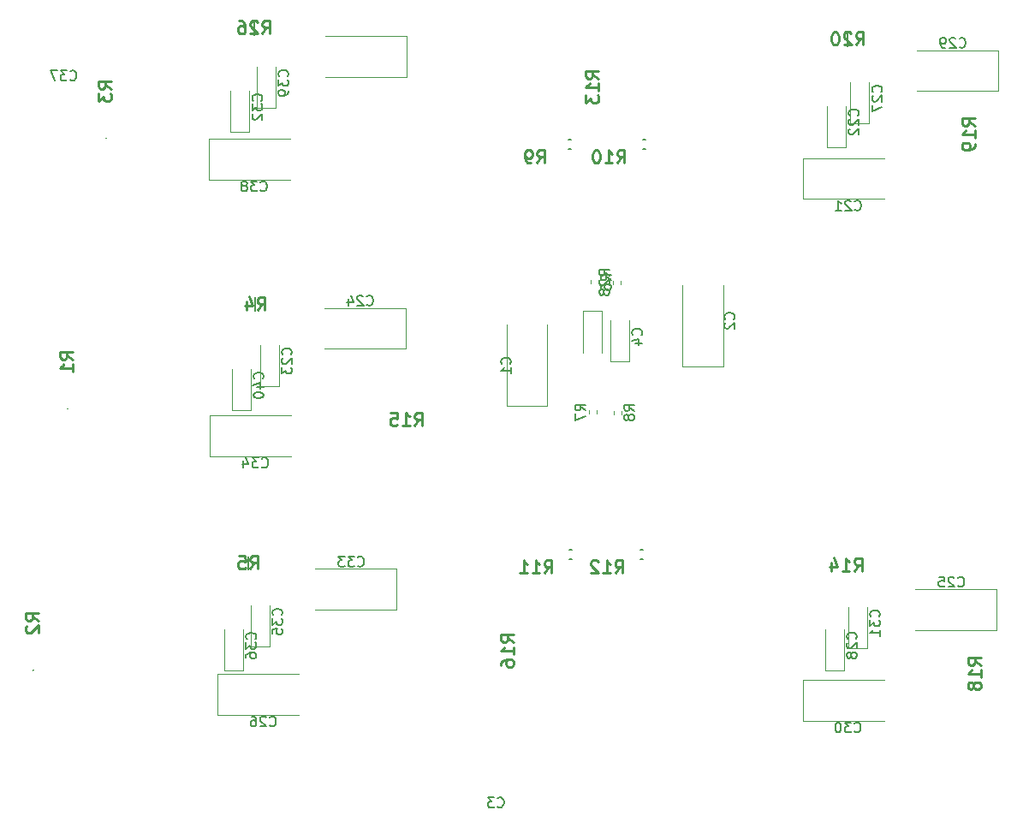
<source format=gbr>
%TF.GenerationSoftware,KiCad,Pcbnew,7.0.5*%
%TF.CreationDate,2023-07-31T13:29:29+02:00*%
%TF.ProjectId,Byaxon_2D_V1,42796178-6f6e-45f3-9244-5f56312e6b69,rev?*%
%TF.SameCoordinates,Original*%
%TF.FileFunction,Legend,Bot*%
%TF.FilePolarity,Positive*%
%FSLAX46Y46*%
G04 Gerber Fmt 4.6, Leading zero omitted, Abs format (unit mm)*
G04 Created by KiCad (PCBNEW 7.0.5) date 2023-07-31 13:29:29*
%MOMM*%
%LPD*%
G01*
G04 APERTURE LIST*
%ADD10C,0.254000*%
%ADD11C,0.150000*%
%ADD12C,0.200000*%
%ADD13C,0.120000*%
%ADD14C,0.152400*%
G04 APERTURE END LIST*
D10*
%TO.C,R2*%
X40374318Y-112913333D02*
X39769556Y-112489999D01*
X40374318Y-112187618D02*
X39104318Y-112187618D01*
X39104318Y-112187618D02*
X39104318Y-112671428D01*
X39104318Y-112671428D02*
X39164794Y-112792380D01*
X39164794Y-112792380D02*
X39225270Y-112852857D01*
X39225270Y-112852857D02*
X39346222Y-112913333D01*
X39346222Y-112913333D02*
X39527651Y-112913333D01*
X39527651Y-112913333D02*
X39648603Y-112852857D01*
X39648603Y-112852857D02*
X39709080Y-112792380D01*
X39709080Y-112792380D02*
X39769556Y-112671428D01*
X39769556Y-112671428D02*
X39769556Y-112187618D01*
X39225270Y-113397142D02*
X39164794Y-113457618D01*
X39164794Y-113457618D02*
X39104318Y-113578571D01*
X39104318Y-113578571D02*
X39104318Y-113880952D01*
X39104318Y-113880952D02*
X39164794Y-114001904D01*
X39164794Y-114001904D02*
X39225270Y-114062380D01*
X39225270Y-114062380D02*
X39346222Y-114122857D01*
X39346222Y-114122857D02*
X39467175Y-114122857D01*
X39467175Y-114122857D02*
X39648603Y-114062380D01*
X39648603Y-114062380D02*
X40374318Y-113336666D01*
X40374318Y-113336666D02*
X40374318Y-114122857D01*
%TO.C,R5*%
X61311666Y-107774318D02*
X61735000Y-107169556D01*
X62037381Y-107774318D02*
X62037381Y-106504318D01*
X62037381Y-106504318D02*
X61553571Y-106504318D01*
X61553571Y-106504318D02*
X61432619Y-106564794D01*
X61432619Y-106564794D02*
X61372142Y-106625270D01*
X61372142Y-106625270D02*
X61311666Y-106746222D01*
X61311666Y-106746222D02*
X61311666Y-106927651D01*
X61311666Y-106927651D02*
X61372142Y-107048603D01*
X61372142Y-107048603D02*
X61432619Y-107109080D01*
X61432619Y-107109080D02*
X61553571Y-107169556D01*
X61553571Y-107169556D02*
X62037381Y-107169556D01*
X60162619Y-106504318D02*
X60767381Y-106504318D01*
X60767381Y-106504318D02*
X60827857Y-107109080D01*
X60827857Y-107109080D02*
X60767381Y-107048603D01*
X60767381Y-107048603D02*
X60646428Y-106988127D01*
X60646428Y-106988127D02*
X60344047Y-106988127D01*
X60344047Y-106988127D02*
X60223095Y-107048603D01*
X60223095Y-107048603D02*
X60162619Y-107109080D01*
X60162619Y-107109080D02*
X60102142Y-107230032D01*
X60102142Y-107230032D02*
X60102142Y-107532413D01*
X60102142Y-107532413D02*
X60162619Y-107653365D01*
X60162619Y-107653365D02*
X60223095Y-107713842D01*
X60223095Y-107713842D02*
X60344047Y-107774318D01*
X60344047Y-107774318D02*
X60646428Y-107774318D01*
X60646428Y-107774318D02*
X60767381Y-107713842D01*
X60767381Y-107713842D02*
X60827857Y-107653365D01*
D11*
%TO.C,C36*%
X61809580Y-114719642D02*
X61857200Y-114672023D01*
X61857200Y-114672023D02*
X61904819Y-114529166D01*
X61904819Y-114529166D02*
X61904819Y-114433928D01*
X61904819Y-114433928D02*
X61857200Y-114291071D01*
X61857200Y-114291071D02*
X61761961Y-114195833D01*
X61761961Y-114195833D02*
X61666723Y-114148214D01*
X61666723Y-114148214D02*
X61476247Y-114100595D01*
X61476247Y-114100595D02*
X61333390Y-114100595D01*
X61333390Y-114100595D02*
X61142914Y-114148214D01*
X61142914Y-114148214D02*
X61047676Y-114195833D01*
X61047676Y-114195833D02*
X60952438Y-114291071D01*
X60952438Y-114291071D02*
X60904819Y-114433928D01*
X60904819Y-114433928D02*
X60904819Y-114529166D01*
X60904819Y-114529166D02*
X60952438Y-114672023D01*
X60952438Y-114672023D02*
X61000057Y-114719642D01*
X60904819Y-115052976D02*
X60904819Y-115672023D01*
X60904819Y-115672023D02*
X61285771Y-115338690D01*
X61285771Y-115338690D02*
X61285771Y-115481547D01*
X61285771Y-115481547D02*
X61333390Y-115576785D01*
X61333390Y-115576785D02*
X61381009Y-115624404D01*
X61381009Y-115624404D02*
X61476247Y-115672023D01*
X61476247Y-115672023D02*
X61714342Y-115672023D01*
X61714342Y-115672023D02*
X61809580Y-115624404D01*
X61809580Y-115624404D02*
X61857200Y-115576785D01*
X61857200Y-115576785D02*
X61904819Y-115481547D01*
X61904819Y-115481547D02*
X61904819Y-115195833D01*
X61904819Y-115195833D02*
X61857200Y-115100595D01*
X61857200Y-115100595D02*
X61809580Y-115052976D01*
X60904819Y-116529166D02*
X60904819Y-116338690D01*
X60904819Y-116338690D02*
X60952438Y-116243452D01*
X60952438Y-116243452D02*
X61000057Y-116195833D01*
X61000057Y-116195833D02*
X61142914Y-116100595D01*
X61142914Y-116100595D02*
X61333390Y-116052976D01*
X61333390Y-116052976D02*
X61714342Y-116052976D01*
X61714342Y-116052976D02*
X61809580Y-116100595D01*
X61809580Y-116100595D02*
X61857200Y-116148214D01*
X61857200Y-116148214D02*
X61904819Y-116243452D01*
X61904819Y-116243452D02*
X61904819Y-116433928D01*
X61904819Y-116433928D02*
X61857200Y-116529166D01*
X61857200Y-116529166D02*
X61809580Y-116576785D01*
X61809580Y-116576785D02*
X61714342Y-116624404D01*
X61714342Y-116624404D02*
X61476247Y-116624404D01*
X61476247Y-116624404D02*
X61381009Y-116576785D01*
X61381009Y-116576785D02*
X61333390Y-116529166D01*
X61333390Y-116529166D02*
X61285771Y-116433928D01*
X61285771Y-116433928D02*
X61285771Y-116243452D01*
X61285771Y-116243452D02*
X61333390Y-116148214D01*
X61333390Y-116148214D02*
X61381009Y-116100595D01*
X61381009Y-116100595D02*
X61476247Y-116052976D01*
%TO.C,C39*%
X65009580Y-59082142D02*
X65057200Y-59034523D01*
X65057200Y-59034523D02*
X65104819Y-58891666D01*
X65104819Y-58891666D02*
X65104819Y-58796428D01*
X65104819Y-58796428D02*
X65057200Y-58653571D01*
X65057200Y-58653571D02*
X64961961Y-58558333D01*
X64961961Y-58558333D02*
X64866723Y-58510714D01*
X64866723Y-58510714D02*
X64676247Y-58463095D01*
X64676247Y-58463095D02*
X64533390Y-58463095D01*
X64533390Y-58463095D02*
X64342914Y-58510714D01*
X64342914Y-58510714D02*
X64247676Y-58558333D01*
X64247676Y-58558333D02*
X64152438Y-58653571D01*
X64152438Y-58653571D02*
X64104819Y-58796428D01*
X64104819Y-58796428D02*
X64104819Y-58891666D01*
X64104819Y-58891666D02*
X64152438Y-59034523D01*
X64152438Y-59034523D02*
X64200057Y-59082142D01*
X64104819Y-59415476D02*
X64104819Y-60034523D01*
X64104819Y-60034523D02*
X64485771Y-59701190D01*
X64485771Y-59701190D02*
X64485771Y-59844047D01*
X64485771Y-59844047D02*
X64533390Y-59939285D01*
X64533390Y-59939285D02*
X64581009Y-59986904D01*
X64581009Y-59986904D02*
X64676247Y-60034523D01*
X64676247Y-60034523D02*
X64914342Y-60034523D01*
X64914342Y-60034523D02*
X65009580Y-59986904D01*
X65009580Y-59986904D02*
X65057200Y-59939285D01*
X65057200Y-59939285D02*
X65104819Y-59844047D01*
X65104819Y-59844047D02*
X65104819Y-59558333D01*
X65104819Y-59558333D02*
X65057200Y-59463095D01*
X65057200Y-59463095D02*
X65009580Y-59415476D01*
X65104819Y-60510714D02*
X65104819Y-60701190D01*
X65104819Y-60701190D02*
X65057200Y-60796428D01*
X65057200Y-60796428D02*
X65009580Y-60844047D01*
X65009580Y-60844047D02*
X64866723Y-60939285D01*
X64866723Y-60939285D02*
X64676247Y-60986904D01*
X64676247Y-60986904D02*
X64295295Y-60986904D01*
X64295295Y-60986904D02*
X64200057Y-60939285D01*
X64200057Y-60939285D02*
X64152438Y-60891666D01*
X64152438Y-60891666D02*
X64104819Y-60796428D01*
X64104819Y-60796428D02*
X64104819Y-60605952D01*
X64104819Y-60605952D02*
X64152438Y-60510714D01*
X64152438Y-60510714D02*
X64200057Y-60463095D01*
X64200057Y-60463095D02*
X64295295Y-60415476D01*
X64295295Y-60415476D02*
X64533390Y-60415476D01*
X64533390Y-60415476D02*
X64628628Y-60463095D01*
X64628628Y-60463095D02*
X64676247Y-60510714D01*
X64676247Y-60510714D02*
X64723866Y-60605952D01*
X64723866Y-60605952D02*
X64723866Y-60796428D01*
X64723866Y-60796428D02*
X64676247Y-60891666D01*
X64676247Y-60891666D02*
X64628628Y-60939285D01*
X64628628Y-60939285D02*
X64533390Y-60986904D01*
D10*
%TO.C,R15*%
X77566428Y-93624318D02*
X77989762Y-93019556D01*
X78292143Y-93624318D02*
X78292143Y-92354318D01*
X78292143Y-92354318D02*
X77808333Y-92354318D01*
X77808333Y-92354318D02*
X77687381Y-92414794D01*
X77687381Y-92414794D02*
X77626904Y-92475270D01*
X77626904Y-92475270D02*
X77566428Y-92596222D01*
X77566428Y-92596222D02*
X77566428Y-92777651D01*
X77566428Y-92777651D02*
X77626904Y-92898603D01*
X77626904Y-92898603D02*
X77687381Y-92959080D01*
X77687381Y-92959080D02*
X77808333Y-93019556D01*
X77808333Y-93019556D02*
X78292143Y-93019556D01*
X76356904Y-93624318D02*
X77082619Y-93624318D01*
X76719762Y-93624318D02*
X76719762Y-92354318D01*
X76719762Y-92354318D02*
X76840714Y-92535746D01*
X76840714Y-92535746D02*
X76961666Y-92656699D01*
X76961666Y-92656699D02*
X77082619Y-92717175D01*
X75207857Y-92354318D02*
X75812619Y-92354318D01*
X75812619Y-92354318D02*
X75873095Y-92959080D01*
X75873095Y-92959080D02*
X75812619Y-92898603D01*
X75812619Y-92898603D02*
X75691666Y-92838127D01*
X75691666Y-92838127D02*
X75389285Y-92838127D01*
X75389285Y-92838127D02*
X75268333Y-92898603D01*
X75268333Y-92898603D02*
X75207857Y-92959080D01*
X75207857Y-92959080D02*
X75147380Y-93080032D01*
X75147380Y-93080032D02*
X75147380Y-93382413D01*
X75147380Y-93382413D02*
X75207857Y-93503365D01*
X75207857Y-93503365D02*
X75268333Y-93563842D01*
X75268333Y-93563842D02*
X75389285Y-93624318D01*
X75389285Y-93624318D02*
X75691666Y-93624318D01*
X75691666Y-93624318D02*
X75812619Y-93563842D01*
X75812619Y-93563842D02*
X75873095Y-93503365D01*
D11*
%TO.C,C22*%
X121409580Y-62957142D02*
X121457200Y-62909523D01*
X121457200Y-62909523D02*
X121504819Y-62766666D01*
X121504819Y-62766666D02*
X121504819Y-62671428D01*
X121504819Y-62671428D02*
X121457200Y-62528571D01*
X121457200Y-62528571D02*
X121361961Y-62433333D01*
X121361961Y-62433333D02*
X121266723Y-62385714D01*
X121266723Y-62385714D02*
X121076247Y-62338095D01*
X121076247Y-62338095D02*
X120933390Y-62338095D01*
X120933390Y-62338095D02*
X120742914Y-62385714D01*
X120742914Y-62385714D02*
X120647676Y-62433333D01*
X120647676Y-62433333D02*
X120552438Y-62528571D01*
X120552438Y-62528571D02*
X120504819Y-62671428D01*
X120504819Y-62671428D02*
X120504819Y-62766666D01*
X120504819Y-62766666D02*
X120552438Y-62909523D01*
X120552438Y-62909523D02*
X120600057Y-62957142D01*
X120600057Y-63338095D02*
X120552438Y-63385714D01*
X120552438Y-63385714D02*
X120504819Y-63480952D01*
X120504819Y-63480952D02*
X120504819Y-63719047D01*
X120504819Y-63719047D02*
X120552438Y-63814285D01*
X120552438Y-63814285D02*
X120600057Y-63861904D01*
X120600057Y-63861904D02*
X120695295Y-63909523D01*
X120695295Y-63909523D02*
X120790533Y-63909523D01*
X120790533Y-63909523D02*
X120933390Y-63861904D01*
X120933390Y-63861904D02*
X121504819Y-63290476D01*
X121504819Y-63290476D02*
X121504819Y-63909523D01*
X120600057Y-64290476D02*
X120552438Y-64338095D01*
X120552438Y-64338095D02*
X120504819Y-64433333D01*
X120504819Y-64433333D02*
X120504819Y-64671428D01*
X120504819Y-64671428D02*
X120552438Y-64766666D01*
X120552438Y-64766666D02*
X120600057Y-64814285D01*
X120600057Y-64814285D02*
X120695295Y-64861904D01*
X120695295Y-64861904D02*
X120790533Y-64861904D01*
X120790533Y-64861904D02*
X120933390Y-64814285D01*
X120933390Y-64814285D02*
X121504819Y-64242857D01*
X121504819Y-64242857D02*
X121504819Y-64861904D01*
%TO.C,C38*%
X62342857Y-70347080D02*
X62390476Y-70394700D01*
X62390476Y-70394700D02*
X62533333Y-70442319D01*
X62533333Y-70442319D02*
X62628571Y-70442319D01*
X62628571Y-70442319D02*
X62771428Y-70394700D01*
X62771428Y-70394700D02*
X62866666Y-70299461D01*
X62866666Y-70299461D02*
X62914285Y-70204223D01*
X62914285Y-70204223D02*
X62961904Y-70013747D01*
X62961904Y-70013747D02*
X62961904Y-69870890D01*
X62961904Y-69870890D02*
X62914285Y-69680414D01*
X62914285Y-69680414D02*
X62866666Y-69585176D01*
X62866666Y-69585176D02*
X62771428Y-69489938D01*
X62771428Y-69489938D02*
X62628571Y-69442319D01*
X62628571Y-69442319D02*
X62533333Y-69442319D01*
X62533333Y-69442319D02*
X62390476Y-69489938D01*
X62390476Y-69489938D02*
X62342857Y-69537557D01*
X62009523Y-69442319D02*
X61390476Y-69442319D01*
X61390476Y-69442319D02*
X61723809Y-69823271D01*
X61723809Y-69823271D02*
X61580952Y-69823271D01*
X61580952Y-69823271D02*
X61485714Y-69870890D01*
X61485714Y-69870890D02*
X61438095Y-69918509D01*
X61438095Y-69918509D02*
X61390476Y-70013747D01*
X61390476Y-70013747D02*
X61390476Y-70251842D01*
X61390476Y-70251842D02*
X61438095Y-70347080D01*
X61438095Y-70347080D02*
X61485714Y-70394700D01*
X61485714Y-70394700D02*
X61580952Y-70442319D01*
X61580952Y-70442319D02*
X61866666Y-70442319D01*
X61866666Y-70442319D02*
X61961904Y-70394700D01*
X61961904Y-70394700D02*
X62009523Y-70347080D01*
X60819047Y-69870890D02*
X60914285Y-69823271D01*
X60914285Y-69823271D02*
X60961904Y-69775652D01*
X60961904Y-69775652D02*
X61009523Y-69680414D01*
X61009523Y-69680414D02*
X61009523Y-69632795D01*
X61009523Y-69632795D02*
X60961904Y-69537557D01*
X60961904Y-69537557D02*
X60914285Y-69489938D01*
X60914285Y-69489938D02*
X60819047Y-69442319D01*
X60819047Y-69442319D02*
X60628571Y-69442319D01*
X60628571Y-69442319D02*
X60533333Y-69489938D01*
X60533333Y-69489938D02*
X60485714Y-69537557D01*
X60485714Y-69537557D02*
X60438095Y-69632795D01*
X60438095Y-69632795D02*
X60438095Y-69680414D01*
X60438095Y-69680414D02*
X60485714Y-69775652D01*
X60485714Y-69775652D02*
X60533333Y-69823271D01*
X60533333Y-69823271D02*
X60628571Y-69870890D01*
X60628571Y-69870890D02*
X60819047Y-69870890D01*
X60819047Y-69870890D02*
X60914285Y-69918509D01*
X60914285Y-69918509D02*
X60961904Y-69966128D01*
X60961904Y-69966128D02*
X61009523Y-70061366D01*
X61009523Y-70061366D02*
X61009523Y-70251842D01*
X61009523Y-70251842D02*
X60961904Y-70347080D01*
X60961904Y-70347080D02*
X60914285Y-70394700D01*
X60914285Y-70394700D02*
X60819047Y-70442319D01*
X60819047Y-70442319D02*
X60628571Y-70442319D01*
X60628571Y-70442319D02*
X60533333Y-70394700D01*
X60533333Y-70394700D02*
X60485714Y-70347080D01*
X60485714Y-70347080D02*
X60438095Y-70251842D01*
X60438095Y-70251842D02*
X60438095Y-70061366D01*
X60438095Y-70061366D02*
X60485714Y-69966128D01*
X60485714Y-69966128D02*
X60533333Y-69918509D01*
X60533333Y-69918509D02*
X60628571Y-69870890D01*
%TO.C,C25*%
X131305357Y-109459580D02*
X131352976Y-109507200D01*
X131352976Y-109507200D02*
X131495833Y-109554819D01*
X131495833Y-109554819D02*
X131591071Y-109554819D01*
X131591071Y-109554819D02*
X131733928Y-109507200D01*
X131733928Y-109507200D02*
X131829166Y-109411961D01*
X131829166Y-109411961D02*
X131876785Y-109316723D01*
X131876785Y-109316723D02*
X131924404Y-109126247D01*
X131924404Y-109126247D02*
X131924404Y-108983390D01*
X131924404Y-108983390D02*
X131876785Y-108792914D01*
X131876785Y-108792914D02*
X131829166Y-108697676D01*
X131829166Y-108697676D02*
X131733928Y-108602438D01*
X131733928Y-108602438D02*
X131591071Y-108554819D01*
X131591071Y-108554819D02*
X131495833Y-108554819D01*
X131495833Y-108554819D02*
X131352976Y-108602438D01*
X131352976Y-108602438D02*
X131305357Y-108650057D01*
X130924404Y-108650057D02*
X130876785Y-108602438D01*
X130876785Y-108602438D02*
X130781547Y-108554819D01*
X130781547Y-108554819D02*
X130543452Y-108554819D01*
X130543452Y-108554819D02*
X130448214Y-108602438D01*
X130448214Y-108602438D02*
X130400595Y-108650057D01*
X130400595Y-108650057D02*
X130352976Y-108745295D01*
X130352976Y-108745295D02*
X130352976Y-108840533D01*
X130352976Y-108840533D02*
X130400595Y-108983390D01*
X130400595Y-108983390D02*
X130972023Y-109554819D01*
X130972023Y-109554819D02*
X130352976Y-109554819D01*
X129448214Y-108554819D02*
X129924404Y-108554819D01*
X129924404Y-108554819D02*
X129972023Y-109031009D01*
X129972023Y-109031009D02*
X129924404Y-108983390D01*
X129924404Y-108983390D02*
X129829166Y-108935771D01*
X129829166Y-108935771D02*
X129591071Y-108935771D01*
X129591071Y-108935771D02*
X129495833Y-108983390D01*
X129495833Y-108983390D02*
X129448214Y-109031009D01*
X129448214Y-109031009D02*
X129400595Y-109126247D01*
X129400595Y-109126247D02*
X129400595Y-109364342D01*
X129400595Y-109364342D02*
X129448214Y-109459580D01*
X129448214Y-109459580D02*
X129495833Y-109507200D01*
X129495833Y-109507200D02*
X129591071Y-109554819D01*
X129591071Y-109554819D02*
X129829166Y-109554819D01*
X129829166Y-109554819D02*
X129924404Y-109507200D01*
X129924404Y-109507200D02*
X129972023Y-109459580D01*
%TO.C,C34*%
X62462857Y-97679580D02*
X62510476Y-97727200D01*
X62510476Y-97727200D02*
X62653333Y-97774819D01*
X62653333Y-97774819D02*
X62748571Y-97774819D01*
X62748571Y-97774819D02*
X62891428Y-97727200D01*
X62891428Y-97727200D02*
X62986666Y-97631961D01*
X62986666Y-97631961D02*
X63034285Y-97536723D01*
X63034285Y-97536723D02*
X63081904Y-97346247D01*
X63081904Y-97346247D02*
X63081904Y-97203390D01*
X63081904Y-97203390D02*
X63034285Y-97012914D01*
X63034285Y-97012914D02*
X62986666Y-96917676D01*
X62986666Y-96917676D02*
X62891428Y-96822438D01*
X62891428Y-96822438D02*
X62748571Y-96774819D01*
X62748571Y-96774819D02*
X62653333Y-96774819D01*
X62653333Y-96774819D02*
X62510476Y-96822438D01*
X62510476Y-96822438D02*
X62462857Y-96870057D01*
X62129523Y-96774819D02*
X61510476Y-96774819D01*
X61510476Y-96774819D02*
X61843809Y-97155771D01*
X61843809Y-97155771D02*
X61700952Y-97155771D01*
X61700952Y-97155771D02*
X61605714Y-97203390D01*
X61605714Y-97203390D02*
X61558095Y-97251009D01*
X61558095Y-97251009D02*
X61510476Y-97346247D01*
X61510476Y-97346247D02*
X61510476Y-97584342D01*
X61510476Y-97584342D02*
X61558095Y-97679580D01*
X61558095Y-97679580D02*
X61605714Y-97727200D01*
X61605714Y-97727200D02*
X61700952Y-97774819D01*
X61700952Y-97774819D02*
X61986666Y-97774819D01*
X61986666Y-97774819D02*
X62081904Y-97727200D01*
X62081904Y-97727200D02*
X62129523Y-97679580D01*
X60653333Y-97108152D02*
X60653333Y-97774819D01*
X60891428Y-96727200D02*
X61129523Y-97441485D01*
X61129523Y-97441485D02*
X60510476Y-97441485D01*
%TO.C,R6*%
X96995319Y-79243333D02*
X96519128Y-78910000D01*
X96995319Y-78671905D02*
X95995319Y-78671905D01*
X95995319Y-78671905D02*
X95995319Y-79052857D01*
X95995319Y-79052857D02*
X96042938Y-79148095D01*
X96042938Y-79148095D02*
X96090557Y-79195714D01*
X96090557Y-79195714D02*
X96185795Y-79243333D01*
X96185795Y-79243333D02*
X96328652Y-79243333D01*
X96328652Y-79243333D02*
X96423890Y-79195714D01*
X96423890Y-79195714D02*
X96471509Y-79148095D01*
X96471509Y-79148095D02*
X96519128Y-79052857D01*
X96519128Y-79052857D02*
X96519128Y-78671905D01*
X95995319Y-80100476D02*
X95995319Y-79910000D01*
X95995319Y-79910000D02*
X96042938Y-79814762D01*
X96042938Y-79814762D02*
X96090557Y-79767143D01*
X96090557Y-79767143D02*
X96233414Y-79671905D01*
X96233414Y-79671905D02*
X96423890Y-79624286D01*
X96423890Y-79624286D02*
X96804842Y-79624286D01*
X96804842Y-79624286D02*
X96900080Y-79671905D01*
X96900080Y-79671905D02*
X96947700Y-79719524D01*
X96947700Y-79719524D02*
X96995319Y-79814762D01*
X96995319Y-79814762D02*
X96995319Y-80005238D01*
X96995319Y-80005238D02*
X96947700Y-80100476D01*
X96947700Y-80100476D02*
X96900080Y-80148095D01*
X96900080Y-80148095D02*
X96804842Y-80195714D01*
X96804842Y-80195714D02*
X96566747Y-80195714D01*
X96566747Y-80195714D02*
X96471509Y-80148095D01*
X96471509Y-80148095D02*
X96423890Y-80100476D01*
X96423890Y-80100476D02*
X96376271Y-80005238D01*
X96376271Y-80005238D02*
X96376271Y-79814762D01*
X96376271Y-79814762D02*
X96423890Y-79719524D01*
X96423890Y-79719524D02*
X96471509Y-79671905D01*
X96471509Y-79671905D02*
X96566747Y-79624286D01*
D10*
%TO.C,R1*%
X43774318Y-87063333D02*
X43169556Y-86639999D01*
X43774318Y-86337618D02*
X42504318Y-86337618D01*
X42504318Y-86337618D02*
X42504318Y-86821428D01*
X42504318Y-86821428D02*
X42564794Y-86942380D01*
X42564794Y-86942380D02*
X42625270Y-87002857D01*
X42625270Y-87002857D02*
X42746222Y-87063333D01*
X42746222Y-87063333D02*
X42927651Y-87063333D01*
X42927651Y-87063333D02*
X43048603Y-87002857D01*
X43048603Y-87002857D02*
X43109080Y-86942380D01*
X43109080Y-86942380D02*
X43169556Y-86821428D01*
X43169556Y-86821428D02*
X43169556Y-86337618D01*
X43774318Y-88272857D02*
X43774318Y-87547142D01*
X43774318Y-87909999D02*
X42504318Y-87909999D01*
X42504318Y-87909999D02*
X42685746Y-87789047D01*
X42685746Y-87789047D02*
X42806699Y-87668095D01*
X42806699Y-87668095D02*
X42867175Y-87547142D01*
D11*
%TO.C,R28*%
X96855319Y-78797142D02*
X96379128Y-78463809D01*
X96855319Y-78225714D02*
X95855319Y-78225714D01*
X95855319Y-78225714D02*
X95855319Y-78606666D01*
X95855319Y-78606666D02*
X95902938Y-78701904D01*
X95902938Y-78701904D02*
X95950557Y-78749523D01*
X95950557Y-78749523D02*
X96045795Y-78797142D01*
X96045795Y-78797142D02*
X96188652Y-78797142D01*
X96188652Y-78797142D02*
X96283890Y-78749523D01*
X96283890Y-78749523D02*
X96331509Y-78701904D01*
X96331509Y-78701904D02*
X96379128Y-78606666D01*
X96379128Y-78606666D02*
X96379128Y-78225714D01*
X95950557Y-79178095D02*
X95902938Y-79225714D01*
X95902938Y-79225714D02*
X95855319Y-79320952D01*
X95855319Y-79320952D02*
X95855319Y-79559047D01*
X95855319Y-79559047D02*
X95902938Y-79654285D01*
X95902938Y-79654285D02*
X95950557Y-79701904D01*
X95950557Y-79701904D02*
X96045795Y-79749523D01*
X96045795Y-79749523D02*
X96141033Y-79749523D01*
X96141033Y-79749523D02*
X96283890Y-79701904D01*
X96283890Y-79701904D02*
X96855319Y-79130476D01*
X96855319Y-79130476D02*
X96855319Y-79749523D01*
X96283890Y-80320952D02*
X96236271Y-80225714D01*
X96236271Y-80225714D02*
X96188652Y-80178095D01*
X96188652Y-80178095D02*
X96093414Y-80130476D01*
X96093414Y-80130476D02*
X96045795Y-80130476D01*
X96045795Y-80130476D02*
X95950557Y-80178095D01*
X95950557Y-80178095D02*
X95902938Y-80225714D01*
X95902938Y-80225714D02*
X95855319Y-80320952D01*
X95855319Y-80320952D02*
X95855319Y-80511428D01*
X95855319Y-80511428D02*
X95902938Y-80606666D01*
X95902938Y-80606666D02*
X95950557Y-80654285D01*
X95950557Y-80654285D02*
X96045795Y-80701904D01*
X96045795Y-80701904D02*
X96093414Y-80701904D01*
X96093414Y-80701904D02*
X96188652Y-80654285D01*
X96188652Y-80654285D02*
X96236271Y-80606666D01*
X96236271Y-80606666D02*
X96283890Y-80511428D01*
X96283890Y-80511428D02*
X96283890Y-80320952D01*
X96283890Y-80320952D02*
X96331509Y-80225714D01*
X96331509Y-80225714D02*
X96379128Y-80178095D01*
X96379128Y-80178095D02*
X96474366Y-80130476D01*
X96474366Y-80130476D02*
X96664842Y-80130476D01*
X96664842Y-80130476D02*
X96760080Y-80178095D01*
X96760080Y-80178095D02*
X96807700Y-80225714D01*
X96807700Y-80225714D02*
X96855319Y-80320952D01*
X96855319Y-80320952D02*
X96855319Y-80511428D01*
X96855319Y-80511428D02*
X96807700Y-80606666D01*
X96807700Y-80606666D02*
X96760080Y-80654285D01*
X96760080Y-80654285D02*
X96664842Y-80701904D01*
X96664842Y-80701904D02*
X96474366Y-80701904D01*
X96474366Y-80701904D02*
X96379128Y-80654285D01*
X96379128Y-80654285D02*
X96331509Y-80606666D01*
X96331509Y-80606666D02*
X96283890Y-80511428D01*
%TO.C,C27*%
X123709580Y-60619642D02*
X123757200Y-60572023D01*
X123757200Y-60572023D02*
X123804819Y-60429166D01*
X123804819Y-60429166D02*
X123804819Y-60333928D01*
X123804819Y-60333928D02*
X123757200Y-60191071D01*
X123757200Y-60191071D02*
X123661961Y-60095833D01*
X123661961Y-60095833D02*
X123566723Y-60048214D01*
X123566723Y-60048214D02*
X123376247Y-60000595D01*
X123376247Y-60000595D02*
X123233390Y-60000595D01*
X123233390Y-60000595D02*
X123042914Y-60048214D01*
X123042914Y-60048214D02*
X122947676Y-60095833D01*
X122947676Y-60095833D02*
X122852438Y-60191071D01*
X122852438Y-60191071D02*
X122804819Y-60333928D01*
X122804819Y-60333928D02*
X122804819Y-60429166D01*
X122804819Y-60429166D02*
X122852438Y-60572023D01*
X122852438Y-60572023D02*
X122900057Y-60619642D01*
X122900057Y-61000595D02*
X122852438Y-61048214D01*
X122852438Y-61048214D02*
X122804819Y-61143452D01*
X122804819Y-61143452D02*
X122804819Y-61381547D01*
X122804819Y-61381547D02*
X122852438Y-61476785D01*
X122852438Y-61476785D02*
X122900057Y-61524404D01*
X122900057Y-61524404D02*
X122995295Y-61572023D01*
X122995295Y-61572023D02*
X123090533Y-61572023D01*
X123090533Y-61572023D02*
X123233390Y-61524404D01*
X123233390Y-61524404D02*
X123804819Y-60952976D01*
X123804819Y-60952976D02*
X123804819Y-61572023D01*
X122804819Y-61905357D02*
X122804819Y-62572023D01*
X122804819Y-62572023D02*
X123804819Y-62143452D01*
%TO.C,C37*%
X43507857Y-59399580D02*
X43555476Y-59447200D01*
X43555476Y-59447200D02*
X43698333Y-59494819D01*
X43698333Y-59494819D02*
X43793571Y-59494819D01*
X43793571Y-59494819D02*
X43936428Y-59447200D01*
X43936428Y-59447200D02*
X44031666Y-59351961D01*
X44031666Y-59351961D02*
X44079285Y-59256723D01*
X44079285Y-59256723D02*
X44126904Y-59066247D01*
X44126904Y-59066247D02*
X44126904Y-58923390D01*
X44126904Y-58923390D02*
X44079285Y-58732914D01*
X44079285Y-58732914D02*
X44031666Y-58637676D01*
X44031666Y-58637676D02*
X43936428Y-58542438D01*
X43936428Y-58542438D02*
X43793571Y-58494819D01*
X43793571Y-58494819D02*
X43698333Y-58494819D01*
X43698333Y-58494819D02*
X43555476Y-58542438D01*
X43555476Y-58542438D02*
X43507857Y-58590057D01*
X43174523Y-58494819D02*
X42555476Y-58494819D01*
X42555476Y-58494819D02*
X42888809Y-58875771D01*
X42888809Y-58875771D02*
X42745952Y-58875771D01*
X42745952Y-58875771D02*
X42650714Y-58923390D01*
X42650714Y-58923390D02*
X42603095Y-58971009D01*
X42603095Y-58971009D02*
X42555476Y-59066247D01*
X42555476Y-59066247D02*
X42555476Y-59304342D01*
X42555476Y-59304342D02*
X42603095Y-59399580D01*
X42603095Y-59399580D02*
X42650714Y-59447200D01*
X42650714Y-59447200D02*
X42745952Y-59494819D01*
X42745952Y-59494819D02*
X43031666Y-59494819D01*
X43031666Y-59494819D02*
X43126904Y-59447200D01*
X43126904Y-59447200D02*
X43174523Y-59399580D01*
X42222142Y-58494819D02*
X41555476Y-58494819D01*
X41555476Y-58494819D02*
X41984047Y-59494819D01*
D10*
%TO.C,R4*%
X62031666Y-82194318D02*
X62455000Y-81589556D01*
X62757381Y-82194318D02*
X62757381Y-80924318D01*
X62757381Y-80924318D02*
X62273571Y-80924318D01*
X62273571Y-80924318D02*
X62152619Y-80984794D01*
X62152619Y-80984794D02*
X62092142Y-81045270D01*
X62092142Y-81045270D02*
X62031666Y-81166222D01*
X62031666Y-81166222D02*
X62031666Y-81347651D01*
X62031666Y-81347651D02*
X62092142Y-81468603D01*
X62092142Y-81468603D02*
X62152619Y-81529080D01*
X62152619Y-81529080D02*
X62273571Y-81589556D01*
X62273571Y-81589556D02*
X62757381Y-81589556D01*
X60943095Y-81347651D02*
X60943095Y-82194318D01*
X61245476Y-80863842D02*
X61547857Y-81770984D01*
X61547857Y-81770984D02*
X60761666Y-81770984D01*
%TO.C,R10*%
X97600228Y-67644318D02*
X98023562Y-67039556D01*
X98325943Y-67644318D02*
X98325943Y-66374318D01*
X98325943Y-66374318D02*
X97842133Y-66374318D01*
X97842133Y-66374318D02*
X97721181Y-66434794D01*
X97721181Y-66434794D02*
X97660704Y-66495270D01*
X97660704Y-66495270D02*
X97600228Y-66616222D01*
X97600228Y-66616222D02*
X97600228Y-66797651D01*
X97600228Y-66797651D02*
X97660704Y-66918603D01*
X97660704Y-66918603D02*
X97721181Y-66979080D01*
X97721181Y-66979080D02*
X97842133Y-67039556D01*
X97842133Y-67039556D02*
X98325943Y-67039556D01*
X96390704Y-67644318D02*
X97116419Y-67644318D01*
X96753562Y-67644318D02*
X96753562Y-66374318D01*
X96753562Y-66374318D02*
X96874514Y-66555746D01*
X96874514Y-66555746D02*
X96995466Y-66676699D01*
X96995466Y-66676699D02*
X97116419Y-66737175D01*
X95604514Y-66374318D02*
X95483561Y-66374318D01*
X95483561Y-66374318D02*
X95362609Y-66434794D01*
X95362609Y-66434794D02*
X95302133Y-66495270D01*
X95302133Y-66495270D02*
X95241657Y-66616222D01*
X95241657Y-66616222D02*
X95181180Y-66858127D01*
X95181180Y-66858127D02*
X95181180Y-67160508D01*
X95181180Y-67160508D02*
X95241657Y-67402413D01*
X95241657Y-67402413D02*
X95302133Y-67523365D01*
X95302133Y-67523365D02*
X95362609Y-67583842D01*
X95362609Y-67583842D02*
X95483561Y-67644318D01*
X95483561Y-67644318D02*
X95604514Y-67644318D01*
X95604514Y-67644318D02*
X95725466Y-67583842D01*
X95725466Y-67583842D02*
X95785942Y-67523365D01*
X95785942Y-67523365D02*
X95846419Y-67402413D01*
X95846419Y-67402413D02*
X95906895Y-67160508D01*
X95906895Y-67160508D02*
X95906895Y-66858127D01*
X95906895Y-66858127D02*
X95846419Y-66616222D01*
X95846419Y-66616222D02*
X95785942Y-66495270D01*
X95785942Y-66495270D02*
X95725466Y-66434794D01*
X95725466Y-66434794D02*
X95604514Y-66374318D01*
D11*
%TO.C,R7*%
X94455319Y-92113333D02*
X93979128Y-91780000D01*
X94455319Y-91541905D02*
X93455319Y-91541905D01*
X93455319Y-91541905D02*
X93455319Y-91922857D01*
X93455319Y-91922857D02*
X93502938Y-92018095D01*
X93502938Y-92018095D02*
X93550557Y-92065714D01*
X93550557Y-92065714D02*
X93645795Y-92113333D01*
X93645795Y-92113333D02*
X93788652Y-92113333D01*
X93788652Y-92113333D02*
X93883890Y-92065714D01*
X93883890Y-92065714D02*
X93931509Y-92018095D01*
X93931509Y-92018095D02*
X93979128Y-91922857D01*
X93979128Y-91922857D02*
X93979128Y-91541905D01*
X93455319Y-92446667D02*
X93455319Y-93113333D01*
X93455319Y-93113333D02*
X94455319Y-92684762D01*
%TO.C,C1*%
X87020080Y-87510833D02*
X87067700Y-87463214D01*
X87067700Y-87463214D02*
X87115319Y-87320357D01*
X87115319Y-87320357D02*
X87115319Y-87225119D01*
X87115319Y-87225119D02*
X87067700Y-87082262D01*
X87067700Y-87082262D02*
X86972461Y-86987024D01*
X86972461Y-86987024D02*
X86877223Y-86939405D01*
X86877223Y-86939405D02*
X86686747Y-86891786D01*
X86686747Y-86891786D02*
X86543890Y-86891786D01*
X86543890Y-86891786D02*
X86353414Y-86939405D01*
X86353414Y-86939405D02*
X86258176Y-86987024D01*
X86258176Y-86987024D02*
X86162938Y-87082262D01*
X86162938Y-87082262D02*
X86115319Y-87225119D01*
X86115319Y-87225119D02*
X86115319Y-87320357D01*
X86115319Y-87320357D02*
X86162938Y-87463214D01*
X86162938Y-87463214D02*
X86210557Y-87510833D01*
X87115319Y-88463214D02*
X87115319Y-87891786D01*
X87115319Y-88177500D02*
X86115319Y-88177500D01*
X86115319Y-88177500D02*
X86258176Y-88082262D01*
X86258176Y-88082262D02*
X86353414Y-87987024D01*
X86353414Y-87987024D02*
X86401033Y-87891786D01*
%TO.C,C29*%
X131442857Y-56159580D02*
X131490476Y-56207200D01*
X131490476Y-56207200D02*
X131633333Y-56254819D01*
X131633333Y-56254819D02*
X131728571Y-56254819D01*
X131728571Y-56254819D02*
X131871428Y-56207200D01*
X131871428Y-56207200D02*
X131966666Y-56111961D01*
X131966666Y-56111961D02*
X132014285Y-56016723D01*
X132014285Y-56016723D02*
X132061904Y-55826247D01*
X132061904Y-55826247D02*
X132061904Y-55683390D01*
X132061904Y-55683390D02*
X132014285Y-55492914D01*
X132014285Y-55492914D02*
X131966666Y-55397676D01*
X131966666Y-55397676D02*
X131871428Y-55302438D01*
X131871428Y-55302438D02*
X131728571Y-55254819D01*
X131728571Y-55254819D02*
X131633333Y-55254819D01*
X131633333Y-55254819D02*
X131490476Y-55302438D01*
X131490476Y-55302438D02*
X131442857Y-55350057D01*
X131061904Y-55350057D02*
X131014285Y-55302438D01*
X131014285Y-55302438D02*
X130919047Y-55254819D01*
X130919047Y-55254819D02*
X130680952Y-55254819D01*
X130680952Y-55254819D02*
X130585714Y-55302438D01*
X130585714Y-55302438D02*
X130538095Y-55350057D01*
X130538095Y-55350057D02*
X130490476Y-55445295D01*
X130490476Y-55445295D02*
X130490476Y-55540533D01*
X130490476Y-55540533D02*
X130538095Y-55683390D01*
X130538095Y-55683390D02*
X131109523Y-56254819D01*
X131109523Y-56254819D02*
X130490476Y-56254819D01*
X130014285Y-56254819D02*
X129823809Y-56254819D01*
X129823809Y-56254819D02*
X129728571Y-56207200D01*
X129728571Y-56207200D02*
X129680952Y-56159580D01*
X129680952Y-56159580D02*
X129585714Y-56016723D01*
X129585714Y-56016723D02*
X129538095Y-55826247D01*
X129538095Y-55826247D02*
X129538095Y-55445295D01*
X129538095Y-55445295D02*
X129585714Y-55350057D01*
X129585714Y-55350057D02*
X129633333Y-55302438D01*
X129633333Y-55302438D02*
X129728571Y-55254819D01*
X129728571Y-55254819D02*
X129919047Y-55254819D01*
X129919047Y-55254819D02*
X130014285Y-55302438D01*
X130014285Y-55302438D02*
X130061904Y-55350057D01*
X130061904Y-55350057D02*
X130109523Y-55445295D01*
X130109523Y-55445295D02*
X130109523Y-55683390D01*
X130109523Y-55683390D02*
X130061904Y-55778628D01*
X130061904Y-55778628D02*
X130014285Y-55826247D01*
X130014285Y-55826247D02*
X129919047Y-55873866D01*
X129919047Y-55873866D02*
X129728571Y-55873866D01*
X129728571Y-55873866D02*
X129633333Y-55826247D01*
X129633333Y-55826247D02*
X129585714Y-55778628D01*
X129585714Y-55778628D02*
X129538095Y-55683390D01*
D10*
%TO.C,R9*%
X89695466Y-67644318D02*
X90118800Y-67039556D01*
X90421181Y-67644318D02*
X90421181Y-66374318D01*
X90421181Y-66374318D02*
X89937371Y-66374318D01*
X89937371Y-66374318D02*
X89816419Y-66434794D01*
X89816419Y-66434794D02*
X89755942Y-66495270D01*
X89755942Y-66495270D02*
X89695466Y-66616222D01*
X89695466Y-66616222D02*
X89695466Y-66797651D01*
X89695466Y-66797651D02*
X89755942Y-66918603D01*
X89755942Y-66918603D02*
X89816419Y-66979080D01*
X89816419Y-66979080D02*
X89937371Y-67039556D01*
X89937371Y-67039556D02*
X90421181Y-67039556D01*
X89090704Y-67644318D02*
X88848800Y-67644318D01*
X88848800Y-67644318D02*
X88727847Y-67583842D01*
X88727847Y-67583842D02*
X88667371Y-67523365D01*
X88667371Y-67523365D02*
X88546419Y-67341937D01*
X88546419Y-67341937D02*
X88485942Y-67100032D01*
X88485942Y-67100032D02*
X88485942Y-66616222D01*
X88485942Y-66616222D02*
X88546419Y-66495270D01*
X88546419Y-66495270D02*
X88606895Y-66434794D01*
X88606895Y-66434794D02*
X88727847Y-66374318D01*
X88727847Y-66374318D02*
X88969752Y-66374318D01*
X88969752Y-66374318D02*
X89090704Y-66434794D01*
X89090704Y-66434794D02*
X89151181Y-66495270D01*
X89151181Y-66495270D02*
X89211657Y-66616222D01*
X89211657Y-66616222D02*
X89211657Y-66918603D01*
X89211657Y-66918603D02*
X89151181Y-67039556D01*
X89151181Y-67039556D02*
X89090704Y-67100032D01*
X89090704Y-67100032D02*
X88969752Y-67160508D01*
X88969752Y-67160508D02*
X88727847Y-67160508D01*
X88727847Y-67160508D02*
X88606895Y-67100032D01*
X88606895Y-67100032D02*
X88546419Y-67039556D01*
X88546419Y-67039556D02*
X88485942Y-66918603D01*
D11*
%TO.C,C33*%
X71942857Y-107459580D02*
X71990476Y-107507200D01*
X71990476Y-107507200D02*
X72133333Y-107554819D01*
X72133333Y-107554819D02*
X72228571Y-107554819D01*
X72228571Y-107554819D02*
X72371428Y-107507200D01*
X72371428Y-107507200D02*
X72466666Y-107411961D01*
X72466666Y-107411961D02*
X72514285Y-107316723D01*
X72514285Y-107316723D02*
X72561904Y-107126247D01*
X72561904Y-107126247D02*
X72561904Y-106983390D01*
X72561904Y-106983390D02*
X72514285Y-106792914D01*
X72514285Y-106792914D02*
X72466666Y-106697676D01*
X72466666Y-106697676D02*
X72371428Y-106602438D01*
X72371428Y-106602438D02*
X72228571Y-106554819D01*
X72228571Y-106554819D02*
X72133333Y-106554819D01*
X72133333Y-106554819D02*
X71990476Y-106602438D01*
X71990476Y-106602438D02*
X71942857Y-106650057D01*
X71609523Y-106554819D02*
X70990476Y-106554819D01*
X70990476Y-106554819D02*
X71323809Y-106935771D01*
X71323809Y-106935771D02*
X71180952Y-106935771D01*
X71180952Y-106935771D02*
X71085714Y-106983390D01*
X71085714Y-106983390D02*
X71038095Y-107031009D01*
X71038095Y-107031009D02*
X70990476Y-107126247D01*
X70990476Y-107126247D02*
X70990476Y-107364342D01*
X70990476Y-107364342D02*
X71038095Y-107459580D01*
X71038095Y-107459580D02*
X71085714Y-107507200D01*
X71085714Y-107507200D02*
X71180952Y-107554819D01*
X71180952Y-107554819D02*
X71466666Y-107554819D01*
X71466666Y-107554819D02*
X71561904Y-107507200D01*
X71561904Y-107507200D02*
X71609523Y-107459580D01*
X70657142Y-106554819D02*
X70038095Y-106554819D01*
X70038095Y-106554819D02*
X70371428Y-106935771D01*
X70371428Y-106935771D02*
X70228571Y-106935771D01*
X70228571Y-106935771D02*
X70133333Y-106983390D01*
X70133333Y-106983390D02*
X70085714Y-107031009D01*
X70085714Y-107031009D02*
X70038095Y-107126247D01*
X70038095Y-107126247D02*
X70038095Y-107364342D01*
X70038095Y-107364342D02*
X70085714Y-107459580D01*
X70085714Y-107459580D02*
X70133333Y-107507200D01*
X70133333Y-107507200D02*
X70228571Y-107554819D01*
X70228571Y-107554819D02*
X70514285Y-107554819D01*
X70514285Y-107554819D02*
X70609523Y-107507200D01*
X70609523Y-107507200D02*
X70657142Y-107459580D01*
%TO.C,C4*%
X99980080Y-84643333D02*
X100027700Y-84595714D01*
X100027700Y-84595714D02*
X100075319Y-84452857D01*
X100075319Y-84452857D02*
X100075319Y-84357619D01*
X100075319Y-84357619D02*
X100027700Y-84214762D01*
X100027700Y-84214762D02*
X99932461Y-84119524D01*
X99932461Y-84119524D02*
X99837223Y-84071905D01*
X99837223Y-84071905D02*
X99646747Y-84024286D01*
X99646747Y-84024286D02*
X99503890Y-84024286D01*
X99503890Y-84024286D02*
X99313414Y-84071905D01*
X99313414Y-84071905D02*
X99218176Y-84119524D01*
X99218176Y-84119524D02*
X99122938Y-84214762D01*
X99122938Y-84214762D02*
X99075319Y-84357619D01*
X99075319Y-84357619D02*
X99075319Y-84452857D01*
X99075319Y-84452857D02*
X99122938Y-84595714D01*
X99122938Y-84595714D02*
X99170557Y-84643333D01*
X99408652Y-85500476D02*
X100075319Y-85500476D01*
X99027700Y-85262381D02*
X99741985Y-85024286D01*
X99741985Y-85024286D02*
X99741985Y-85643333D01*
D10*
%TO.C,R13*%
X95774318Y-59283571D02*
X95169556Y-58860237D01*
X95774318Y-58557856D02*
X94504318Y-58557856D01*
X94504318Y-58557856D02*
X94504318Y-59041666D01*
X94504318Y-59041666D02*
X94564794Y-59162618D01*
X94564794Y-59162618D02*
X94625270Y-59223095D01*
X94625270Y-59223095D02*
X94746222Y-59283571D01*
X94746222Y-59283571D02*
X94927651Y-59283571D01*
X94927651Y-59283571D02*
X95048603Y-59223095D01*
X95048603Y-59223095D02*
X95109080Y-59162618D01*
X95109080Y-59162618D02*
X95169556Y-59041666D01*
X95169556Y-59041666D02*
X95169556Y-58557856D01*
X95774318Y-60493095D02*
X95774318Y-59767380D01*
X95774318Y-60130237D02*
X94504318Y-60130237D01*
X94504318Y-60130237D02*
X94685746Y-60009285D01*
X94685746Y-60009285D02*
X94806699Y-59888333D01*
X94806699Y-59888333D02*
X94867175Y-59767380D01*
X94504318Y-60916428D02*
X94504318Y-61702619D01*
X94504318Y-61702619D02*
X94988127Y-61279285D01*
X94988127Y-61279285D02*
X94988127Y-61460714D01*
X94988127Y-61460714D02*
X95048603Y-61581666D01*
X95048603Y-61581666D02*
X95109080Y-61642142D01*
X95109080Y-61642142D02*
X95230032Y-61702619D01*
X95230032Y-61702619D02*
X95532413Y-61702619D01*
X95532413Y-61702619D02*
X95653365Y-61642142D01*
X95653365Y-61642142D02*
X95713842Y-61581666D01*
X95713842Y-61581666D02*
X95774318Y-61460714D01*
X95774318Y-61460714D02*
X95774318Y-61097857D01*
X95774318Y-61097857D02*
X95713842Y-60976904D01*
X95713842Y-60976904D02*
X95653365Y-60916428D01*
%TO.C,R20*%
X121216428Y-55974318D02*
X121639762Y-55369556D01*
X121942143Y-55974318D02*
X121942143Y-54704318D01*
X121942143Y-54704318D02*
X121458333Y-54704318D01*
X121458333Y-54704318D02*
X121337381Y-54764794D01*
X121337381Y-54764794D02*
X121276904Y-54825270D01*
X121276904Y-54825270D02*
X121216428Y-54946222D01*
X121216428Y-54946222D02*
X121216428Y-55127651D01*
X121216428Y-55127651D02*
X121276904Y-55248603D01*
X121276904Y-55248603D02*
X121337381Y-55309080D01*
X121337381Y-55309080D02*
X121458333Y-55369556D01*
X121458333Y-55369556D02*
X121942143Y-55369556D01*
X120732619Y-54825270D02*
X120672143Y-54764794D01*
X120672143Y-54764794D02*
X120551190Y-54704318D01*
X120551190Y-54704318D02*
X120248809Y-54704318D01*
X120248809Y-54704318D02*
X120127857Y-54764794D01*
X120127857Y-54764794D02*
X120067381Y-54825270D01*
X120067381Y-54825270D02*
X120006904Y-54946222D01*
X120006904Y-54946222D02*
X120006904Y-55067175D01*
X120006904Y-55067175D02*
X120067381Y-55248603D01*
X120067381Y-55248603D02*
X120793095Y-55974318D01*
X120793095Y-55974318D02*
X120006904Y-55974318D01*
X119220714Y-54704318D02*
X119099761Y-54704318D01*
X119099761Y-54704318D02*
X118978809Y-54764794D01*
X118978809Y-54764794D02*
X118918333Y-54825270D01*
X118918333Y-54825270D02*
X118857857Y-54946222D01*
X118857857Y-54946222D02*
X118797380Y-55188127D01*
X118797380Y-55188127D02*
X118797380Y-55490508D01*
X118797380Y-55490508D02*
X118857857Y-55732413D01*
X118857857Y-55732413D02*
X118918333Y-55853365D01*
X118918333Y-55853365D02*
X118978809Y-55913842D01*
X118978809Y-55913842D02*
X119099761Y-55974318D01*
X119099761Y-55974318D02*
X119220714Y-55974318D01*
X119220714Y-55974318D02*
X119341666Y-55913842D01*
X119341666Y-55913842D02*
X119402142Y-55853365D01*
X119402142Y-55853365D02*
X119462619Y-55732413D01*
X119462619Y-55732413D02*
X119523095Y-55490508D01*
X119523095Y-55490508D02*
X119523095Y-55188127D01*
X119523095Y-55188127D02*
X119462619Y-54946222D01*
X119462619Y-54946222D02*
X119402142Y-54825270D01*
X119402142Y-54825270D02*
X119341666Y-54764794D01*
X119341666Y-54764794D02*
X119220714Y-54704318D01*
%TO.C,R16*%
X87374318Y-115033571D02*
X86769556Y-114610237D01*
X87374318Y-114307856D02*
X86104318Y-114307856D01*
X86104318Y-114307856D02*
X86104318Y-114791666D01*
X86104318Y-114791666D02*
X86164794Y-114912618D01*
X86164794Y-114912618D02*
X86225270Y-114973095D01*
X86225270Y-114973095D02*
X86346222Y-115033571D01*
X86346222Y-115033571D02*
X86527651Y-115033571D01*
X86527651Y-115033571D02*
X86648603Y-114973095D01*
X86648603Y-114973095D02*
X86709080Y-114912618D01*
X86709080Y-114912618D02*
X86769556Y-114791666D01*
X86769556Y-114791666D02*
X86769556Y-114307856D01*
X87374318Y-116243095D02*
X87374318Y-115517380D01*
X87374318Y-115880237D02*
X86104318Y-115880237D01*
X86104318Y-115880237D02*
X86285746Y-115759285D01*
X86285746Y-115759285D02*
X86406699Y-115638333D01*
X86406699Y-115638333D02*
X86467175Y-115517380D01*
X86104318Y-117331666D02*
X86104318Y-117089761D01*
X86104318Y-117089761D02*
X86164794Y-116968809D01*
X86164794Y-116968809D02*
X86225270Y-116908333D01*
X86225270Y-116908333D02*
X86406699Y-116787380D01*
X86406699Y-116787380D02*
X86648603Y-116726904D01*
X86648603Y-116726904D02*
X87132413Y-116726904D01*
X87132413Y-116726904D02*
X87253365Y-116787380D01*
X87253365Y-116787380D02*
X87313842Y-116847857D01*
X87313842Y-116847857D02*
X87374318Y-116968809D01*
X87374318Y-116968809D02*
X87374318Y-117210714D01*
X87374318Y-117210714D02*
X87313842Y-117331666D01*
X87313842Y-117331666D02*
X87253365Y-117392142D01*
X87253365Y-117392142D02*
X87132413Y-117452619D01*
X87132413Y-117452619D02*
X86830032Y-117452619D01*
X86830032Y-117452619D02*
X86709080Y-117392142D01*
X86709080Y-117392142D02*
X86648603Y-117331666D01*
X86648603Y-117331666D02*
X86588127Y-117210714D01*
X86588127Y-117210714D02*
X86588127Y-116968809D01*
X86588127Y-116968809D02*
X86648603Y-116847857D01*
X86648603Y-116847857D02*
X86709080Y-116787380D01*
X86709080Y-116787380D02*
X86830032Y-116726904D01*
D11*
%TO.C,C40*%
X62529580Y-88977142D02*
X62577200Y-88929523D01*
X62577200Y-88929523D02*
X62624819Y-88786666D01*
X62624819Y-88786666D02*
X62624819Y-88691428D01*
X62624819Y-88691428D02*
X62577200Y-88548571D01*
X62577200Y-88548571D02*
X62481961Y-88453333D01*
X62481961Y-88453333D02*
X62386723Y-88405714D01*
X62386723Y-88405714D02*
X62196247Y-88358095D01*
X62196247Y-88358095D02*
X62053390Y-88358095D01*
X62053390Y-88358095D02*
X61862914Y-88405714D01*
X61862914Y-88405714D02*
X61767676Y-88453333D01*
X61767676Y-88453333D02*
X61672438Y-88548571D01*
X61672438Y-88548571D02*
X61624819Y-88691428D01*
X61624819Y-88691428D02*
X61624819Y-88786666D01*
X61624819Y-88786666D02*
X61672438Y-88929523D01*
X61672438Y-88929523D02*
X61720057Y-88977142D01*
X61958152Y-89834285D02*
X62624819Y-89834285D01*
X61577200Y-89596190D02*
X62291485Y-89358095D01*
X62291485Y-89358095D02*
X62291485Y-89977142D01*
X61624819Y-90548571D02*
X61624819Y-90643809D01*
X61624819Y-90643809D02*
X61672438Y-90739047D01*
X61672438Y-90739047D02*
X61720057Y-90786666D01*
X61720057Y-90786666D02*
X61815295Y-90834285D01*
X61815295Y-90834285D02*
X62005771Y-90881904D01*
X62005771Y-90881904D02*
X62243866Y-90881904D01*
X62243866Y-90881904D02*
X62434342Y-90834285D01*
X62434342Y-90834285D02*
X62529580Y-90786666D01*
X62529580Y-90786666D02*
X62577200Y-90739047D01*
X62577200Y-90739047D02*
X62624819Y-90643809D01*
X62624819Y-90643809D02*
X62624819Y-90548571D01*
X62624819Y-90548571D02*
X62577200Y-90453333D01*
X62577200Y-90453333D02*
X62529580Y-90405714D01*
X62529580Y-90405714D02*
X62434342Y-90358095D01*
X62434342Y-90358095D02*
X62243866Y-90310476D01*
X62243866Y-90310476D02*
X62005771Y-90310476D01*
X62005771Y-90310476D02*
X61815295Y-90358095D01*
X61815295Y-90358095D02*
X61720057Y-90405714D01*
X61720057Y-90405714D02*
X61672438Y-90453333D01*
X61672438Y-90453333D02*
X61624819Y-90548571D01*
%TO.C,C3*%
X85784546Y-131281960D02*
X85832165Y-131329580D01*
X85832165Y-131329580D02*
X85975022Y-131377199D01*
X85975022Y-131377199D02*
X86070260Y-131377199D01*
X86070260Y-131377199D02*
X86213117Y-131329580D01*
X86213117Y-131329580D02*
X86308355Y-131234341D01*
X86308355Y-131234341D02*
X86355974Y-131139103D01*
X86355974Y-131139103D02*
X86403593Y-130948627D01*
X86403593Y-130948627D02*
X86403593Y-130805770D01*
X86403593Y-130805770D02*
X86355974Y-130615294D01*
X86355974Y-130615294D02*
X86308355Y-130520056D01*
X86308355Y-130520056D02*
X86213117Y-130424818D01*
X86213117Y-130424818D02*
X86070260Y-130377199D01*
X86070260Y-130377199D02*
X85975022Y-130377199D01*
X85975022Y-130377199D02*
X85832165Y-130424818D01*
X85832165Y-130424818D02*
X85784546Y-130472437D01*
X85451212Y-130377199D02*
X84832165Y-130377199D01*
X84832165Y-130377199D02*
X85165498Y-130758151D01*
X85165498Y-130758151D02*
X85022641Y-130758151D01*
X85022641Y-130758151D02*
X84927403Y-130805770D01*
X84927403Y-130805770D02*
X84879784Y-130853389D01*
X84879784Y-130853389D02*
X84832165Y-130948627D01*
X84832165Y-130948627D02*
X84832165Y-131186722D01*
X84832165Y-131186722D02*
X84879784Y-131281960D01*
X84879784Y-131281960D02*
X84927403Y-131329580D01*
X84927403Y-131329580D02*
X85022641Y-131377199D01*
X85022641Y-131377199D02*
X85308355Y-131377199D01*
X85308355Y-131377199D02*
X85403593Y-131329580D01*
X85403593Y-131329580D02*
X85451212Y-131281960D01*
%TO.C,C23*%
X65329580Y-86577142D02*
X65377200Y-86529523D01*
X65377200Y-86529523D02*
X65424819Y-86386666D01*
X65424819Y-86386666D02*
X65424819Y-86291428D01*
X65424819Y-86291428D02*
X65377200Y-86148571D01*
X65377200Y-86148571D02*
X65281961Y-86053333D01*
X65281961Y-86053333D02*
X65186723Y-86005714D01*
X65186723Y-86005714D02*
X64996247Y-85958095D01*
X64996247Y-85958095D02*
X64853390Y-85958095D01*
X64853390Y-85958095D02*
X64662914Y-86005714D01*
X64662914Y-86005714D02*
X64567676Y-86053333D01*
X64567676Y-86053333D02*
X64472438Y-86148571D01*
X64472438Y-86148571D02*
X64424819Y-86291428D01*
X64424819Y-86291428D02*
X64424819Y-86386666D01*
X64424819Y-86386666D02*
X64472438Y-86529523D01*
X64472438Y-86529523D02*
X64520057Y-86577142D01*
X64520057Y-86958095D02*
X64472438Y-87005714D01*
X64472438Y-87005714D02*
X64424819Y-87100952D01*
X64424819Y-87100952D02*
X64424819Y-87339047D01*
X64424819Y-87339047D02*
X64472438Y-87434285D01*
X64472438Y-87434285D02*
X64520057Y-87481904D01*
X64520057Y-87481904D02*
X64615295Y-87529523D01*
X64615295Y-87529523D02*
X64710533Y-87529523D01*
X64710533Y-87529523D02*
X64853390Y-87481904D01*
X64853390Y-87481904D02*
X65424819Y-86910476D01*
X65424819Y-86910476D02*
X65424819Y-87529523D01*
X64424819Y-87862857D02*
X64424819Y-88481904D01*
X64424819Y-88481904D02*
X64805771Y-88148571D01*
X64805771Y-88148571D02*
X64805771Y-88291428D01*
X64805771Y-88291428D02*
X64853390Y-88386666D01*
X64853390Y-88386666D02*
X64901009Y-88434285D01*
X64901009Y-88434285D02*
X64996247Y-88481904D01*
X64996247Y-88481904D02*
X65234342Y-88481904D01*
X65234342Y-88481904D02*
X65329580Y-88434285D01*
X65329580Y-88434285D02*
X65377200Y-88386666D01*
X65377200Y-88386666D02*
X65424819Y-88291428D01*
X65424819Y-88291428D02*
X65424819Y-88005714D01*
X65424819Y-88005714D02*
X65377200Y-87910476D01*
X65377200Y-87910476D02*
X65329580Y-87862857D01*
%TO.C,C32*%
X62409580Y-61482142D02*
X62457200Y-61434523D01*
X62457200Y-61434523D02*
X62504819Y-61291666D01*
X62504819Y-61291666D02*
X62504819Y-61196428D01*
X62504819Y-61196428D02*
X62457200Y-61053571D01*
X62457200Y-61053571D02*
X62361961Y-60958333D01*
X62361961Y-60958333D02*
X62266723Y-60910714D01*
X62266723Y-60910714D02*
X62076247Y-60863095D01*
X62076247Y-60863095D02*
X61933390Y-60863095D01*
X61933390Y-60863095D02*
X61742914Y-60910714D01*
X61742914Y-60910714D02*
X61647676Y-60958333D01*
X61647676Y-60958333D02*
X61552438Y-61053571D01*
X61552438Y-61053571D02*
X61504819Y-61196428D01*
X61504819Y-61196428D02*
X61504819Y-61291666D01*
X61504819Y-61291666D02*
X61552438Y-61434523D01*
X61552438Y-61434523D02*
X61600057Y-61482142D01*
X61504819Y-61815476D02*
X61504819Y-62434523D01*
X61504819Y-62434523D02*
X61885771Y-62101190D01*
X61885771Y-62101190D02*
X61885771Y-62244047D01*
X61885771Y-62244047D02*
X61933390Y-62339285D01*
X61933390Y-62339285D02*
X61981009Y-62386904D01*
X61981009Y-62386904D02*
X62076247Y-62434523D01*
X62076247Y-62434523D02*
X62314342Y-62434523D01*
X62314342Y-62434523D02*
X62409580Y-62386904D01*
X62409580Y-62386904D02*
X62457200Y-62339285D01*
X62457200Y-62339285D02*
X62504819Y-62244047D01*
X62504819Y-62244047D02*
X62504819Y-61958333D01*
X62504819Y-61958333D02*
X62457200Y-61863095D01*
X62457200Y-61863095D02*
X62409580Y-61815476D01*
X61600057Y-62815476D02*
X61552438Y-62863095D01*
X61552438Y-62863095D02*
X61504819Y-62958333D01*
X61504819Y-62958333D02*
X61504819Y-63196428D01*
X61504819Y-63196428D02*
X61552438Y-63291666D01*
X61552438Y-63291666D02*
X61600057Y-63339285D01*
X61600057Y-63339285D02*
X61695295Y-63386904D01*
X61695295Y-63386904D02*
X61790533Y-63386904D01*
X61790533Y-63386904D02*
X61933390Y-63339285D01*
X61933390Y-63339285D02*
X62504819Y-62767857D01*
X62504819Y-62767857D02*
X62504819Y-63386904D01*
D10*
%TO.C,R14*%
X121066428Y-107974318D02*
X121489762Y-107369556D01*
X121792143Y-107974318D02*
X121792143Y-106704318D01*
X121792143Y-106704318D02*
X121308333Y-106704318D01*
X121308333Y-106704318D02*
X121187381Y-106764794D01*
X121187381Y-106764794D02*
X121126904Y-106825270D01*
X121126904Y-106825270D02*
X121066428Y-106946222D01*
X121066428Y-106946222D02*
X121066428Y-107127651D01*
X121066428Y-107127651D02*
X121126904Y-107248603D01*
X121126904Y-107248603D02*
X121187381Y-107309080D01*
X121187381Y-107309080D02*
X121308333Y-107369556D01*
X121308333Y-107369556D02*
X121792143Y-107369556D01*
X119856904Y-107974318D02*
X120582619Y-107974318D01*
X120219762Y-107974318D02*
X120219762Y-106704318D01*
X120219762Y-106704318D02*
X120340714Y-106885746D01*
X120340714Y-106885746D02*
X120461666Y-107006699D01*
X120461666Y-107006699D02*
X120582619Y-107067175D01*
X118768333Y-107127651D02*
X118768333Y-107974318D01*
X119070714Y-106643842D02*
X119373095Y-107550984D01*
X119373095Y-107550984D02*
X118586904Y-107550984D01*
D11*
%TO.C,C30*%
X121080357Y-123859580D02*
X121127976Y-123907200D01*
X121127976Y-123907200D02*
X121270833Y-123954819D01*
X121270833Y-123954819D02*
X121366071Y-123954819D01*
X121366071Y-123954819D02*
X121508928Y-123907200D01*
X121508928Y-123907200D02*
X121604166Y-123811961D01*
X121604166Y-123811961D02*
X121651785Y-123716723D01*
X121651785Y-123716723D02*
X121699404Y-123526247D01*
X121699404Y-123526247D02*
X121699404Y-123383390D01*
X121699404Y-123383390D02*
X121651785Y-123192914D01*
X121651785Y-123192914D02*
X121604166Y-123097676D01*
X121604166Y-123097676D02*
X121508928Y-123002438D01*
X121508928Y-123002438D02*
X121366071Y-122954819D01*
X121366071Y-122954819D02*
X121270833Y-122954819D01*
X121270833Y-122954819D02*
X121127976Y-123002438D01*
X121127976Y-123002438D02*
X121080357Y-123050057D01*
X120747023Y-122954819D02*
X120127976Y-122954819D01*
X120127976Y-122954819D02*
X120461309Y-123335771D01*
X120461309Y-123335771D02*
X120318452Y-123335771D01*
X120318452Y-123335771D02*
X120223214Y-123383390D01*
X120223214Y-123383390D02*
X120175595Y-123431009D01*
X120175595Y-123431009D02*
X120127976Y-123526247D01*
X120127976Y-123526247D02*
X120127976Y-123764342D01*
X120127976Y-123764342D02*
X120175595Y-123859580D01*
X120175595Y-123859580D02*
X120223214Y-123907200D01*
X120223214Y-123907200D02*
X120318452Y-123954819D01*
X120318452Y-123954819D02*
X120604166Y-123954819D01*
X120604166Y-123954819D02*
X120699404Y-123907200D01*
X120699404Y-123907200D02*
X120747023Y-123859580D01*
X119508928Y-122954819D02*
X119413690Y-122954819D01*
X119413690Y-122954819D02*
X119318452Y-123002438D01*
X119318452Y-123002438D02*
X119270833Y-123050057D01*
X119270833Y-123050057D02*
X119223214Y-123145295D01*
X119223214Y-123145295D02*
X119175595Y-123335771D01*
X119175595Y-123335771D02*
X119175595Y-123573866D01*
X119175595Y-123573866D02*
X119223214Y-123764342D01*
X119223214Y-123764342D02*
X119270833Y-123859580D01*
X119270833Y-123859580D02*
X119318452Y-123907200D01*
X119318452Y-123907200D02*
X119413690Y-123954819D01*
X119413690Y-123954819D02*
X119508928Y-123954819D01*
X119508928Y-123954819D02*
X119604166Y-123907200D01*
X119604166Y-123907200D02*
X119651785Y-123859580D01*
X119651785Y-123859580D02*
X119699404Y-123764342D01*
X119699404Y-123764342D02*
X119747023Y-123573866D01*
X119747023Y-123573866D02*
X119747023Y-123335771D01*
X119747023Y-123335771D02*
X119699404Y-123145295D01*
X119699404Y-123145295D02*
X119651785Y-123050057D01*
X119651785Y-123050057D02*
X119604166Y-123002438D01*
X119604166Y-123002438D02*
X119508928Y-122954819D01*
D10*
%TO.C,R18*%
X133574318Y-117283571D02*
X132969556Y-116860237D01*
X133574318Y-116557856D02*
X132304318Y-116557856D01*
X132304318Y-116557856D02*
X132304318Y-117041666D01*
X132304318Y-117041666D02*
X132364794Y-117162618D01*
X132364794Y-117162618D02*
X132425270Y-117223095D01*
X132425270Y-117223095D02*
X132546222Y-117283571D01*
X132546222Y-117283571D02*
X132727651Y-117283571D01*
X132727651Y-117283571D02*
X132848603Y-117223095D01*
X132848603Y-117223095D02*
X132909080Y-117162618D01*
X132909080Y-117162618D02*
X132969556Y-117041666D01*
X132969556Y-117041666D02*
X132969556Y-116557856D01*
X133574318Y-118493095D02*
X133574318Y-117767380D01*
X133574318Y-118130237D02*
X132304318Y-118130237D01*
X132304318Y-118130237D02*
X132485746Y-118009285D01*
X132485746Y-118009285D02*
X132606699Y-117888333D01*
X132606699Y-117888333D02*
X132667175Y-117767380D01*
X132848603Y-119218809D02*
X132788127Y-119097857D01*
X132788127Y-119097857D02*
X132727651Y-119037380D01*
X132727651Y-119037380D02*
X132606699Y-118976904D01*
X132606699Y-118976904D02*
X132546222Y-118976904D01*
X132546222Y-118976904D02*
X132425270Y-119037380D01*
X132425270Y-119037380D02*
X132364794Y-119097857D01*
X132364794Y-119097857D02*
X132304318Y-119218809D01*
X132304318Y-119218809D02*
X132304318Y-119460714D01*
X132304318Y-119460714D02*
X132364794Y-119581666D01*
X132364794Y-119581666D02*
X132425270Y-119642142D01*
X132425270Y-119642142D02*
X132546222Y-119702619D01*
X132546222Y-119702619D02*
X132606699Y-119702619D01*
X132606699Y-119702619D02*
X132727651Y-119642142D01*
X132727651Y-119642142D02*
X132788127Y-119581666D01*
X132788127Y-119581666D02*
X132848603Y-119460714D01*
X132848603Y-119460714D02*
X132848603Y-119218809D01*
X132848603Y-119218809D02*
X132909080Y-119097857D01*
X132909080Y-119097857D02*
X132969556Y-119037380D01*
X132969556Y-119037380D02*
X133090508Y-118976904D01*
X133090508Y-118976904D02*
X133332413Y-118976904D01*
X133332413Y-118976904D02*
X133453365Y-119037380D01*
X133453365Y-119037380D02*
X133513842Y-119097857D01*
X133513842Y-119097857D02*
X133574318Y-119218809D01*
X133574318Y-119218809D02*
X133574318Y-119460714D01*
X133574318Y-119460714D02*
X133513842Y-119581666D01*
X133513842Y-119581666D02*
X133453365Y-119642142D01*
X133453365Y-119642142D02*
X133332413Y-119702619D01*
X133332413Y-119702619D02*
X133090508Y-119702619D01*
X133090508Y-119702619D02*
X132969556Y-119642142D01*
X132969556Y-119642142D02*
X132909080Y-119581666D01*
X132909080Y-119581666D02*
X132848603Y-119460714D01*
%TO.C,R26*%
X62516428Y-54861818D02*
X62939762Y-54257056D01*
X63242143Y-54861818D02*
X63242143Y-53591818D01*
X63242143Y-53591818D02*
X62758333Y-53591818D01*
X62758333Y-53591818D02*
X62637381Y-53652294D01*
X62637381Y-53652294D02*
X62576904Y-53712770D01*
X62576904Y-53712770D02*
X62516428Y-53833722D01*
X62516428Y-53833722D02*
X62516428Y-54015151D01*
X62516428Y-54015151D02*
X62576904Y-54136103D01*
X62576904Y-54136103D02*
X62637381Y-54196580D01*
X62637381Y-54196580D02*
X62758333Y-54257056D01*
X62758333Y-54257056D02*
X63242143Y-54257056D01*
X62032619Y-53712770D02*
X61972143Y-53652294D01*
X61972143Y-53652294D02*
X61851190Y-53591818D01*
X61851190Y-53591818D02*
X61548809Y-53591818D01*
X61548809Y-53591818D02*
X61427857Y-53652294D01*
X61427857Y-53652294D02*
X61367381Y-53712770D01*
X61367381Y-53712770D02*
X61306904Y-53833722D01*
X61306904Y-53833722D02*
X61306904Y-53954675D01*
X61306904Y-53954675D02*
X61367381Y-54136103D01*
X61367381Y-54136103D02*
X62093095Y-54861818D01*
X62093095Y-54861818D02*
X61306904Y-54861818D01*
X60218333Y-53591818D02*
X60460238Y-53591818D01*
X60460238Y-53591818D02*
X60581190Y-53652294D01*
X60581190Y-53652294D02*
X60641666Y-53712770D01*
X60641666Y-53712770D02*
X60762619Y-53894199D01*
X60762619Y-53894199D02*
X60823095Y-54136103D01*
X60823095Y-54136103D02*
X60823095Y-54619913D01*
X60823095Y-54619913D02*
X60762619Y-54740865D01*
X60762619Y-54740865D02*
X60702142Y-54801342D01*
X60702142Y-54801342D02*
X60581190Y-54861818D01*
X60581190Y-54861818D02*
X60339285Y-54861818D01*
X60339285Y-54861818D02*
X60218333Y-54801342D01*
X60218333Y-54801342D02*
X60157857Y-54740865D01*
X60157857Y-54740865D02*
X60097380Y-54619913D01*
X60097380Y-54619913D02*
X60097380Y-54317532D01*
X60097380Y-54317532D02*
X60157857Y-54196580D01*
X60157857Y-54196580D02*
X60218333Y-54136103D01*
X60218333Y-54136103D02*
X60339285Y-54075627D01*
X60339285Y-54075627D02*
X60581190Y-54075627D01*
X60581190Y-54075627D02*
X60702142Y-54136103D01*
X60702142Y-54136103D02*
X60762619Y-54196580D01*
X60762619Y-54196580D02*
X60823095Y-54317532D01*
D11*
%TO.C,C21*%
X121105357Y-72259580D02*
X121152976Y-72307200D01*
X121152976Y-72307200D02*
X121295833Y-72354819D01*
X121295833Y-72354819D02*
X121391071Y-72354819D01*
X121391071Y-72354819D02*
X121533928Y-72307200D01*
X121533928Y-72307200D02*
X121629166Y-72211961D01*
X121629166Y-72211961D02*
X121676785Y-72116723D01*
X121676785Y-72116723D02*
X121724404Y-71926247D01*
X121724404Y-71926247D02*
X121724404Y-71783390D01*
X121724404Y-71783390D02*
X121676785Y-71592914D01*
X121676785Y-71592914D02*
X121629166Y-71497676D01*
X121629166Y-71497676D02*
X121533928Y-71402438D01*
X121533928Y-71402438D02*
X121391071Y-71354819D01*
X121391071Y-71354819D02*
X121295833Y-71354819D01*
X121295833Y-71354819D02*
X121152976Y-71402438D01*
X121152976Y-71402438D02*
X121105357Y-71450057D01*
X120724404Y-71450057D02*
X120676785Y-71402438D01*
X120676785Y-71402438D02*
X120581547Y-71354819D01*
X120581547Y-71354819D02*
X120343452Y-71354819D01*
X120343452Y-71354819D02*
X120248214Y-71402438D01*
X120248214Y-71402438D02*
X120200595Y-71450057D01*
X120200595Y-71450057D02*
X120152976Y-71545295D01*
X120152976Y-71545295D02*
X120152976Y-71640533D01*
X120152976Y-71640533D02*
X120200595Y-71783390D01*
X120200595Y-71783390D02*
X120772023Y-72354819D01*
X120772023Y-72354819D02*
X120152976Y-72354819D01*
X119200595Y-72354819D02*
X119772023Y-72354819D01*
X119486309Y-72354819D02*
X119486309Y-71354819D01*
X119486309Y-71354819D02*
X119581547Y-71497676D01*
X119581547Y-71497676D02*
X119676785Y-71592914D01*
X119676785Y-71592914D02*
X119772023Y-71640533D01*
%TO.C,R8*%
X99295319Y-92143333D02*
X98819128Y-91810000D01*
X99295319Y-91571905D02*
X98295319Y-91571905D01*
X98295319Y-91571905D02*
X98295319Y-91952857D01*
X98295319Y-91952857D02*
X98342938Y-92048095D01*
X98342938Y-92048095D02*
X98390557Y-92095714D01*
X98390557Y-92095714D02*
X98485795Y-92143333D01*
X98485795Y-92143333D02*
X98628652Y-92143333D01*
X98628652Y-92143333D02*
X98723890Y-92095714D01*
X98723890Y-92095714D02*
X98771509Y-92048095D01*
X98771509Y-92048095D02*
X98819128Y-91952857D01*
X98819128Y-91952857D02*
X98819128Y-91571905D01*
X98723890Y-92714762D02*
X98676271Y-92619524D01*
X98676271Y-92619524D02*
X98628652Y-92571905D01*
X98628652Y-92571905D02*
X98533414Y-92524286D01*
X98533414Y-92524286D02*
X98485795Y-92524286D01*
X98485795Y-92524286D02*
X98390557Y-92571905D01*
X98390557Y-92571905D02*
X98342938Y-92619524D01*
X98342938Y-92619524D02*
X98295319Y-92714762D01*
X98295319Y-92714762D02*
X98295319Y-92905238D01*
X98295319Y-92905238D02*
X98342938Y-93000476D01*
X98342938Y-93000476D02*
X98390557Y-93048095D01*
X98390557Y-93048095D02*
X98485795Y-93095714D01*
X98485795Y-93095714D02*
X98533414Y-93095714D01*
X98533414Y-93095714D02*
X98628652Y-93048095D01*
X98628652Y-93048095D02*
X98676271Y-93000476D01*
X98676271Y-93000476D02*
X98723890Y-92905238D01*
X98723890Y-92905238D02*
X98723890Y-92714762D01*
X98723890Y-92714762D02*
X98771509Y-92619524D01*
X98771509Y-92619524D02*
X98819128Y-92571905D01*
X98819128Y-92571905D02*
X98914366Y-92524286D01*
X98914366Y-92524286D02*
X99104842Y-92524286D01*
X99104842Y-92524286D02*
X99200080Y-92571905D01*
X99200080Y-92571905D02*
X99247700Y-92619524D01*
X99247700Y-92619524D02*
X99295319Y-92714762D01*
X99295319Y-92714762D02*
X99295319Y-92905238D01*
X99295319Y-92905238D02*
X99247700Y-93000476D01*
X99247700Y-93000476D02*
X99200080Y-93048095D01*
X99200080Y-93048095D02*
X99104842Y-93095714D01*
X99104842Y-93095714D02*
X98914366Y-93095714D01*
X98914366Y-93095714D02*
X98819128Y-93048095D01*
X98819128Y-93048095D02*
X98771509Y-93000476D01*
X98771509Y-93000476D02*
X98723890Y-92905238D01*
%TO.C,C2*%
X109130080Y-83080833D02*
X109177700Y-83033214D01*
X109177700Y-83033214D02*
X109225319Y-82890357D01*
X109225319Y-82890357D02*
X109225319Y-82795119D01*
X109225319Y-82795119D02*
X109177700Y-82652262D01*
X109177700Y-82652262D02*
X109082461Y-82557024D01*
X109082461Y-82557024D02*
X108987223Y-82509405D01*
X108987223Y-82509405D02*
X108796747Y-82461786D01*
X108796747Y-82461786D02*
X108653890Y-82461786D01*
X108653890Y-82461786D02*
X108463414Y-82509405D01*
X108463414Y-82509405D02*
X108368176Y-82557024D01*
X108368176Y-82557024D02*
X108272938Y-82652262D01*
X108272938Y-82652262D02*
X108225319Y-82795119D01*
X108225319Y-82795119D02*
X108225319Y-82890357D01*
X108225319Y-82890357D02*
X108272938Y-83033214D01*
X108272938Y-83033214D02*
X108320557Y-83080833D01*
X108320557Y-83461786D02*
X108272938Y-83509405D01*
X108272938Y-83509405D02*
X108225319Y-83604643D01*
X108225319Y-83604643D02*
X108225319Y-83842738D01*
X108225319Y-83842738D02*
X108272938Y-83937976D01*
X108272938Y-83937976D02*
X108320557Y-83985595D01*
X108320557Y-83985595D02*
X108415795Y-84033214D01*
X108415795Y-84033214D02*
X108511033Y-84033214D01*
X108511033Y-84033214D02*
X108653890Y-83985595D01*
X108653890Y-83985595D02*
X109225319Y-83414167D01*
X109225319Y-83414167D02*
X109225319Y-84033214D01*
%TO.C,C24*%
X72842857Y-81659580D02*
X72890476Y-81707200D01*
X72890476Y-81707200D02*
X73033333Y-81754819D01*
X73033333Y-81754819D02*
X73128571Y-81754819D01*
X73128571Y-81754819D02*
X73271428Y-81707200D01*
X73271428Y-81707200D02*
X73366666Y-81611961D01*
X73366666Y-81611961D02*
X73414285Y-81516723D01*
X73414285Y-81516723D02*
X73461904Y-81326247D01*
X73461904Y-81326247D02*
X73461904Y-81183390D01*
X73461904Y-81183390D02*
X73414285Y-80992914D01*
X73414285Y-80992914D02*
X73366666Y-80897676D01*
X73366666Y-80897676D02*
X73271428Y-80802438D01*
X73271428Y-80802438D02*
X73128571Y-80754819D01*
X73128571Y-80754819D02*
X73033333Y-80754819D01*
X73033333Y-80754819D02*
X72890476Y-80802438D01*
X72890476Y-80802438D02*
X72842857Y-80850057D01*
X72461904Y-80850057D02*
X72414285Y-80802438D01*
X72414285Y-80802438D02*
X72319047Y-80754819D01*
X72319047Y-80754819D02*
X72080952Y-80754819D01*
X72080952Y-80754819D02*
X71985714Y-80802438D01*
X71985714Y-80802438D02*
X71938095Y-80850057D01*
X71938095Y-80850057D02*
X71890476Y-80945295D01*
X71890476Y-80945295D02*
X71890476Y-81040533D01*
X71890476Y-81040533D02*
X71938095Y-81183390D01*
X71938095Y-81183390D02*
X72509523Y-81754819D01*
X72509523Y-81754819D02*
X71890476Y-81754819D01*
X71033333Y-81088152D02*
X71033333Y-81754819D01*
X71271428Y-80707200D02*
X71509523Y-81421485D01*
X71509523Y-81421485D02*
X70890476Y-81421485D01*
%TO.C,C35*%
X64409580Y-112357142D02*
X64457200Y-112309523D01*
X64457200Y-112309523D02*
X64504819Y-112166666D01*
X64504819Y-112166666D02*
X64504819Y-112071428D01*
X64504819Y-112071428D02*
X64457200Y-111928571D01*
X64457200Y-111928571D02*
X64361961Y-111833333D01*
X64361961Y-111833333D02*
X64266723Y-111785714D01*
X64266723Y-111785714D02*
X64076247Y-111738095D01*
X64076247Y-111738095D02*
X63933390Y-111738095D01*
X63933390Y-111738095D02*
X63742914Y-111785714D01*
X63742914Y-111785714D02*
X63647676Y-111833333D01*
X63647676Y-111833333D02*
X63552438Y-111928571D01*
X63552438Y-111928571D02*
X63504819Y-112071428D01*
X63504819Y-112071428D02*
X63504819Y-112166666D01*
X63504819Y-112166666D02*
X63552438Y-112309523D01*
X63552438Y-112309523D02*
X63600057Y-112357142D01*
X63504819Y-112690476D02*
X63504819Y-113309523D01*
X63504819Y-113309523D02*
X63885771Y-112976190D01*
X63885771Y-112976190D02*
X63885771Y-113119047D01*
X63885771Y-113119047D02*
X63933390Y-113214285D01*
X63933390Y-113214285D02*
X63981009Y-113261904D01*
X63981009Y-113261904D02*
X64076247Y-113309523D01*
X64076247Y-113309523D02*
X64314342Y-113309523D01*
X64314342Y-113309523D02*
X64409580Y-113261904D01*
X64409580Y-113261904D02*
X64457200Y-113214285D01*
X64457200Y-113214285D02*
X64504819Y-113119047D01*
X64504819Y-113119047D02*
X64504819Y-112833333D01*
X64504819Y-112833333D02*
X64457200Y-112738095D01*
X64457200Y-112738095D02*
X64409580Y-112690476D01*
X63504819Y-114214285D02*
X63504819Y-113738095D01*
X63504819Y-113738095D02*
X63981009Y-113690476D01*
X63981009Y-113690476D02*
X63933390Y-113738095D01*
X63933390Y-113738095D02*
X63885771Y-113833333D01*
X63885771Y-113833333D02*
X63885771Y-114071428D01*
X63885771Y-114071428D02*
X63933390Y-114166666D01*
X63933390Y-114166666D02*
X63981009Y-114214285D01*
X63981009Y-114214285D02*
X64076247Y-114261904D01*
X64076247Y-114261904D02*
X64314342Y-114261904D01*
X64314342Y-114261904D02*
X64409580Y-114214285D01*
X64409580Y-114214285D02*
X64457200Y-114166666D01*
X64457200Y-114166666D02*
X64504819Y-114071428D01*
X64504819Y-114071428D02*
X64504819Y-113833333D01*
X64504819Y-113833333D02*
X64457200Y-113738095D01*
X64457200Y-113738095D02*
X64409580Y-113690476D01*
D10*
%TO.C,R11*%
X90402028Y-108204318D02*
X90825362Y-107599556D01*
X91127743Y-108204318D02*
X91127743Y-106934318D01*
X91127743Y-106934318D02*
X90643933Y-106934318D01*
X90643933Y-106934318D02*
X90522981Y-106994794D01*
X90522981Y-106994794D02*
X90462504Y-107055270D01*
X90462504Y-107055270D02*
X90402028Y-107176222D01*
X90402028Y-107176222D02*
X90402028Y-107357651D01*
X90402028Y-107357651D02*
X90462504Y-107478603D01*
X90462504Y-107478603D02*
X90522981Y-107539080D01*
X90522981Y-107539080D02*
X90643933Y-107599556D01*
X90643933Y-107599556D02*
X91127743Y-107599556D01*
X89192504Y-108204318D02*
X89918219Y-108204318D01*
X89555362Y-108204318D02*
X89555362Y-106934318D01*
X89555362Y-106934318D02*
X89676314Y-107115746D01*
X89676314Y-107115746D02*
X89797266Y-107236699D01*
X89797266Y-107236699D02*
X89918219Y-107297175D01*
X87982980Y-108204318D02*
X88708695Y-108204318D01*
X88345838Y-108204318D02*
X88345838Y-106934318D01*
X88345838Y-106934318D02*
X88466790Y-107115746D01*
X88466790Y-107115746D02*
X88587742Y-107236699D01*
X88587742Y-107236699D02*
X88708695Y-107297175D01*
D11*
%TO.C,C26*%
X63242857Y-123259580D02*
X63290476Y-123307200D01*
X63290476Y-123307200D02*
X63433333Y-123354819D01*
X63433333Y-123354819D02*
X63528571Y-123354819D01*
X63528571Y-123354819D02*
X63671428Y-123307200D01*
X63671428Y-123307200D02*
X63766666Y-123211961D01*
X63766666Y-123211961D02*
X63814285Y-123116723D01*
X63814285Y-123116723D02*
X63861904Y-122926247D01*
X63861904Y-122926247D02*
X63861904Y-122783390D01*
X63861904Y-122783390D02*
X63814285Y-122592914D01*
X63814285Y-122592914D02*
X63766666Y-122497676D01*
X63766666Y-122497676D02*
X63671428Y-122402438D01*
X63671428Y-122402438D02*
X63528571Y-122354819D01*
X63528571Y-122354819D02*
X63433333Y-122354819D01*
X63433333Y-122354819D02*
X63290476Y-122402438D01*
X63290476Y-122402438D02*
X63242857Y-122450057D01*
X62861904Y-122450057D02*
X62814285Y-122402438D01*
X62814285Y-122402438D02*
X62719047Y-122354819D01*
X62719047Y-122354819D02*
X62480952Y-122354819D01*
X62480952Y-122354819D02*
X62385714Y-122402438D01*
X62385714Y-122402438D02*
X62338095Y-122450057D01*
X62338095Y-122450057D02*
X62290476Y-122545295D01*
X62290476Y-122545295D02*
X62290476Y-122640533D01*
X62290476Y-122640533D02*
X62338095Y-122783390D01*
X62338095Y-122783390D02*
X62909523Y-123354819D01*
X62909523Y-123354819D02*
X62290476Y-123354819D01*
X61433333Y-122354819D02*
X61623809Y-122354819D01*
X61623809Y-122354819D02*
X61719047Y-122402438D01*
X61719047Y-122402438D02*
X61766666Y-122450057D01*
X61766666Y-122450057D02*
X61861904Y-122592914D01*
X61861904Y-122592914D02*
X61909523Y-122783390D01*
X61909523Y-122783390D02*
X61909523Y-123164342D01*
X61909523Y-123164342D02*
X61861904Y-123259580D01*
X61861904Y-123259580D02*
X61814285Y-123307200D01*
X61814285Y-123307200D02*
X61719047Y-123354819D01*
X61719047Y-123354819D02*
X61528571Y-123354819D01*
X61528571Y-123354819D02*
X61433333Y-123307200D01*
X61433333Y-123307200D02*
X61385714Y-123259580D01*
X61385714Y-123259580D02*
X61338095Y-123164342D01*
X61338095Y-123164342D02*
X61338095Y-122926247D01*
X61338095Y-122926247D02*
X61385714Y-122831009D01*
X61385714Y-122831009D02*
X61433333Y-122783390D01*
X61433333Y-122783390D02*
X61528571Y-122735771D01*
X61528571Y-122735771D02*
X61719047Y-122735771D01*
X61719047Y-122735771D02*
X61814285Y-122783390D01*
X61814285Y-122783390D02*
X61861904Y-122831009D01*
X61861904Y-122831009D02*
X61909523Y-122926247D01*
D10*
%TO.C,R3*%
X47574318Y-60313333D02*
X46969556Y-59889999D01*
X47574318Y-59587618D02*
X46304318Y-59587618D01*
X46304318Y-59587618D02*
X46304318Y-60071428D01*
X46304318Y-60071428D02*
X46364794Y-60192380D01*
X46364794Y-60192380D02*
X46425270Y-60252857D01*
X46425270Y-60252857D02*
X46546222Y-60313333D01*
X46546222Y-60313333D02*
X46727651Y-60313333D01*
X46727651Y-60313333D02*
X46848603Y-60252857D01*
X46848603Y-60252857D02*
X46909080Y-60192380D01*
X46909080Y-60192380D02*
X46969556Y-60071428D01*
X46969556Y-60071428D02*
X46969556Y-59587618D01*
X46304318Y-60736666D02*
X46304318Y-61522857D01*
X46304318Y-61522857D02*
X46788127Y-61099523D01*
X46788127Y-61099523D02*
X46788127Y-61280952D01*
X46788127Y-61280952D02*
X46848603Y-61401904D01*
X46848603Y-61401904D02*
X46909080Y-61462380D01*
X46909080Y-61462380D02*
X47030032Y-61522857D01*
X47030032Y-61522857D02*
X47332413Y-61522857D01*
X47332413Y-61522857D02*
X47453365Y-61462380D01*
X47453365Y-61462380D02*
X47513842Y-61401904D01*
X47513842Y-61401904D02*
X47574318Y-61280952D01*
X47574318Y-61280952D02*
X47574318Y-60918095D01*
X47574318Y-60918095D02*
X47513842Y-60797142D01*
X47513842Y-60797142D02*
X47453365Y-60736666D01*
%TO.C,R19*%
X132974318Y-63933571D02*
X132369556Y-63510237D01*
X132974318Y-63207856D02*
X131704318Y-63207856D01*
X131704318Y-63207856D02*
X131704318Y-63691666D01*
X131704318Y-63691666D02*
X131764794Y-63812618D01*
X131764794Y-63812618D02*
X131825270Y-63873095D01*
X131825270Y-63873095D02*
X131946222Y-63933571D01*
X131946222Y-63933571D02*
X132127651Y-63933571D01*
X132127651Y-63933571D02*
X132248603Y-63873095D01*
X132248603Y-63873095D02*
X132309080Y-63812618D01*
X132309080Y-63812618D02*
X132369556Y-63691666D01*
X132369556Y-63691666D02*
X132369556Y-63207856D01*
X132974318Y-65143095D02*
X132974318Y-64417380D01*
X132974318Y-64780237D02*
X131704318Y-64780237D01*
X131704318Y-64780237D02*
X131885746Y-64659285D01*
X131885746Y-64659285D02*
X132006699Y-64538333D01*
X132006699Y-64538333D02*
X132067175Y-64417380D01*
X132974318Y-65747857D02*
X132974318Y-65989761D01*
X132974318Y-65989761D02*
X132913842Y-66110714D01*
X132913842Y-66110714D02*
X132853365Y-66171190D01*
X132853365Y-66171190D02*
X132671937Y-66292142D01*
X132671937Y-66292142D02*
X132430032Y-66352619D01*
X132430032Y-66352619D02*
X131946222Y-66352619D01*
X131946222Y-66352619D02*
X131825270Y-66292142D01*
X131825270Y-66292142D02*
X131764794Y-66231666D01*
X131764794Y-66231666D02*
X131704318Y-66110714D01*
X131704318Y-66110714D02*
X131704318Y-65868809D01*
X131704318Y-65868809D02*
X131764794Y-65747857D01*
X131764794Y-65747857D02*
X131825270Y-65687380D01*
X131825270Y-65687380D02*
X131946222Y-65626904D01*
X131946222Y-65626904D02*
X132248603Y-65626904D01*
X132248603Y-65626904D02*
X132369556Y-65687380D01*
X132369556Y-65687380D02*
X132430032Y-65747857D01*
X132430032Y-65747857D02*
X132490508Y-65868809D01*
X132490508Y-65868809D02*
X132490508Y-66110714D01*
X132490508Y-66110714D02*
X132430032Y-66231666D01*
X132430032Y-66231666D02*
X132369556Y-66292142D01*
X132369556Y-66292142D02*
X132248603Y-66352619D01*
%TO.C,R12*%
X97402028Y-108204318D02*
X97825362Y-107599556D01*
X98127743Y-108204318D02*
X98127743Y-106934318D01*
X98127743Y-106934318D02*
X97643933Y-106934318D01*
X97643933Y-106934318D02*
X97522981Y-106994794D01*
X97522981Y-106994794D02*
X97462504Y-107055270D01*
X97462504Y-107055270D02*
X97402028Y-107176222D01*
X97402028Y-107176222D02*
X97402028Y-107357651D01*
X97402028Y-107357651D02*
X97462504Y-107478603D01*
X97462504Y-107478603D02*
X97522981Y-107539080D01*
X97522981Y-107539080D02*
X97643933Y-107599556D01*
X97643933Y-107599556D02*
X98127743Y-107599556D01*
X96192504Y-108204318D02*
X96918219Y-108204318D01*
X96555362Y-108204318D02*
X96555362Y-106934318D01*
X96555362Y-106934318D02*
X96676314Y-107115746D01*
X96676314Y-107115746D02*
X96797266Y-107236699D01*
X96797266Y-107236699D02*
X96918219Y-107297175D01*
X95708695Y-107055270D02*
X95648219Y-106994794D01*
X95648219Y-106994794D02*
X95527266Y-106934318D01*
X95527266Y-106934318D02*
X95224885Y-106934318D01*
X95224885Y-106934318D02*
X95103933Y-106994794D01*
X95103933Y-106994794D02*
X95043457Y-107055270D01*
X95043457Y-107055270D02*
X94982980Y-107176222D01*
X94982980Y-107176222D02*
X94982980Y-107297175D01*
X94982980Y-107297175D02*
X95043457Y-107478603D01*
X95043457Y-107478603D02*
X95769171Y-108204318D01*
X95769171Y-108204318D02*
X94982980Y-108204318D01*
D11*
%TO.C,C31*%
X123509580Y-112494642D02*
X123557200Y-112447023D01*
X123557200Y-112447023D02*
X123604819Y-112304166D01*
X123604819Y-112304166D02*
X123604819Y-112208928D01*
X123604819Y-112208928D02*
X123557200Y-112066071D01*
X123557200Y-112066071D02*
X123461961Y-111970833D01*
X123461961Y-111970833D02*
X123366723Y-111923214D01*
X123366723Y-111923214D02*
X123176247Y-111875595D01*
X123176247Y-111875595D02*
X123033390Y-111875595D01*
X123033390Y-111875595D02*
X122842914Y-111923214D01*
X122842914Y-111923214D02*
X122747676Y-111970833D01*
X122747676Y-111970833D02*
X122652438Y-112066071D01*
X122652438Y-112066071D02*
X122604819Y-112208928D01*
X122604819Y-112208928D02*
X122604819Y-112304166D01*
X122604819Y-112304166D02*
X122652438Y-112447023D01*
X122652438Y-112447023D02*
X122700057Y-112494642D01*
X122604819Y-112827976D02*
X122604819Y-113447023D01*
X122604819Y-113447023D02*
X122985771Y-113113690D01*
X122985771Y-113113690D02*
X122985771Y-113256547D01*
X122985771Y-113256547D02*
X123033390Y-113351785D01*
X123033390Y-113351785D02*
X123081009Y-113399404D01*
X123081009Y-113399404D02*
X123176247Y-113447023D01*
X123176247Y-113447023D02*
X123414342Y-113447023D01*
X123414342Y-113447023D02*
X123509580Y-113399404D01*
X123509580Y-113399404D02*
X123557200Y-113351785D01*
X123557200Y-113351785D02*
X123604819Y-113256547D01*
X123604819Y-113256547D02*
X123604819Y-112970833D01*
X123604819Y-112970833D02*
X123557200Y-112875595D01*
X123557200Y-112875595D02*
X123509580Y-112827976D01*
X123604819Y-114399404D02*
X123604819Y-113827976D01*
X123604819Y-114113690D02*
X122604819Y-114113690D01*
X122604819Y-114113690D02*
X122747676Y-114018452D01*
X122747676Y-114018452D02*
X122842914Y-113923214D01*
X122842914Y-113923214D02*
X122890533Y-113827976D01*
%TO.C,C28*%
X121209580Y-114694642D02*
X121257200Y-114647023D01*
X121257200Y-114647023D02*
X121304819Y-114504166D01*
X121304819Y-114504166D02*
X121304819Y-114408928D01*
X121304819Y-114408928D02*
X121257200Y-114266071D01*
X121257200Y-114266071D02*
X121161961Y-114170833D01*
X121161961Y-114170833D02*
X121066723Y-114123214D01*
X121066723Y-114123214D02*
X120876247Y-114075595D01*
X120876247Y-114075595D02*
X120733390Y-114075595D01*
X120733390Y-114075595D02*
X120542914Y-114123214D01*
X120542914Y-114123214D02*
X120447676Y-114170833D01*
X120447676Y-114170833D02*
X120352438Y-114266071D01*
X120352438Y-114266071D02*
X120304819Y-114408928D01*
X120304819Y-114408928D02*
X120304819Y-114504166D01*
X120304819Y-114504166D02*
X120352438Y-114647023D01*
X120352438Y-114647023D02*
X120400057Y-114694642D01*
X120400057Y-115075595D02*
X120352438Y-115123214D01*
X120352438Y-115123214D02*
X120304819Y-115218452D01*
X120304819Y-115218452D02*
X120304819Y-115456547D01*
X120304819Y-115456547D02*
X120352438Y-115551785D01*
X120352438Y-115551785D02*
X120400057Y-115599404D01*
X120400057Y-115599404D02*
X120495295Y-115647023D01*
X120495295Y-115647023D02*
X120590533Y-115647023D01*
X120590533Y-115647023D02*
X120733390Y-115599404D01*
X120733390Y-115599404D02*
X121304819Y-115027976D01*
X121304819Y-115027976D02*
X121304819Y-115647023D01*
X120733390Y-116218452D02*
X120685771Y-116123214D01*
X120685771Y-116123214D02*
X120638152Y-116075595D01*
X120638152Y-116075595D02*
X120542914Y-116027976D01*
X120542914Y-116027976D02*
X120495295Y-116027976D01*
X120495295Y-116027976D02*
X120400057Y-116075595D01*
X120400057Y-116075595D02*
X120352438Y-116123214D01*
X120352438Y-116123214D02*
X120304819Y-116218452D01*
X120304819Y-116218452D02*
X120304819Y-116408928D01*
X120304819Y-116408928D02*
X120352438Y-116504166D01*
X120352438Y-116504166D02*
X120400057Y-116551785D01*
X120400057Y-116551785D02*
X120495295Y-116599404D01*
X120495295Y-116599404D02*
X120542914Y-116599404D01*
X120542914Y-116599404D02*
X120638152Y-116551785D01*
X120638152Y-116551785D02*
X120685771Y-116504166D01*
X120685771Y-116504166D02*
X120733390Y-116408928D01*
X120733390Y-116408928D02*
X120733390Y-116218452D01*
X120733390Y-116218452D02*
X120781009Y-116123214D01*
X120781009Y-116123214D02*
X120828628Y-116075595D01*
X120828628Y-116075595D02*
X120923866Y-116027976D01*
X120923866Y-116027976D02*
X121114342Y-116027976D01*
X121114342Y-116027976D02*
X121209580Y-116075595D01*
X121209580Y-116075595D02*
X121257200Y-116123214D01*
X121257200Y-116123214D02*
X121304819Y-116218452D01*
X121304819Y-116218452D02*
X121304819Y-116408928D01*
X121304819Y-116408928D02*
X121257200Y-116504166D01*
X121257200Y-116504166D02*
X121209580Y-116551785D01*
X121209580Y-116551785D02*
X121114342Y-116599404D01*
X121114342Y-116599404D02*
X120923866Y-116599404D01*
X120923866Y-116599404D02*
X120828628Y-116551785D01*
X120828628Y-116551785D02*
X120781009Y-116504166D01*
X120781009Y-116504166D02*
X120733390Y-116408928D01*
D12*
%TO.C,R2*%
X39850000Y-117800000D02*
G75*
G03*
X39850000Y-117800000I-50000J0D01*
G01*
%TO.C,R5*%
X61100000Y-107875000D02*
X61100000Y-106525000D01*
D13*
%TO.C,C36*%
X58765000Y-117847500D02*
X58765000Y-113762500D01*
X60635000Y-117847500D02*
X58765000Y-117847500D01*
X60635000Y-113762500D02*
X60635000Y-117847500D01*
%TO.C,C39*%
X61965000Y-62210000D02*
X61965000Y-58125000D01*
X63835000Y-62210000D02*
X61965000Y-62210000D01*
X63835000Y-58125000D02*
X63835000Y-62210000D01*
%TO.C,C22*%
X118365000Y-66085000D02*
X118365000Y-62000000D01*
X120235000Y-66085000D02*
X118365000Y-66085000D01*
X120235000Y-62000000D02*
X120235000Y-66085000D01*
%TO.C,C38*%
X57215000Y-65277500D02*
X65250000Y-65277500D01*
X57215000Y-69297500D02*
X57215000Y-65277500D01*
X65250000Y-69297500D02*
X57215000Y-69297500D01*
%TO.C,C25*%
X135147500Y-113810000D02*
X127112500Y-113810000D01*
X135147500Y-109790000D02*
X135147500Y-113810000D01*
X127112500Y-109790000D02*
X135147500Y-109790000D01*
%TO.C,C34*%
X57335000Y-92610000D02*
X65370000Y-92610000D01*
X57335000Y-96630000D02*
X57335000Y-92610000D01*
X65370000Y-96630000D02*
X57335000Y-96630000D01*
%TO.C,R6*%
X94990500Y-79577621D02*
X94990500Y-79242379D01*
X95750500Y-79577621D02*
X95750500Y-79242379D01*
D12*
%TO.C,R1*%
X43250000Y-91950000D02*
G75*
G03*
X43250000Y-91950000I-50000J0D01*
G01*
D13*
%TO.C,R28*%
X97950500Y-79272379D02*
X97950500Y-79607621D01*
X97190500Y-79272379D02*
X97190500Y-79607621D01*
%TO.C,C27*%
X120665000Y-63747500D02*
X120665000Y-59662500D01*
X122535000Y-63747500D02*
X120665000Y-63747500D01*
X122535000Y-59662500D02*
X122535000Y-63747500D01*
%TO.C,C37*%
X76785000Y-59135000D02*
X68750000Y-59135000D01*
X76785000Y-55115000D02*
X76785000Y-59135000D01*
X68750000Y-55115000D02*
X76785000Y-55115000D01*
D12*
%TO.C,R4*%
X61820000Y-82295000D02*
X61820000Y-80945000D01*
D14*
%TO.C,R10*%
X100111200Y-65317400D02*
X100365200Y-65317400D01*
X100365200Y-66282600D02*
X100111200Y-66282600D01*
D13*
%TO.C,R7*%
X95550500Y-92112379D02*
X95550500Y-92447621D01*
X94790500Y-92112379D02*
X94790500Y-92447621D01*
%TO.C,C1*%
X86660500Y-91695000D02*
X86660500Y-83660000D01*
X90680500Y-91695000D02*
X86660500Y-91695000D01*
X90680500Y-83660000D02*
X90680500Y-91695000D01*
%TO.C,C29*%
X135285000Y-60510000D02*
X127250000Y-60510000D01*
X135285000Y-56490000D02*
X135285000Y-60510000D01*
X127250000Y-56490000D02*
X135285000Y-56490000D01*
D14*
%TO.C,R9*%
X92811200Y-65317400D02*
X93065200Y-65317400D01*
X93065200Y-66282600D02*
X92811200Y-66282600D01*
D13*
%TO.C,C33*%
X75785000Y-111810000D02*
X67750000Y-111810000D01*
X75785000Y-107790000D02*
X75785000Y-111810000D01*
X67750000Y-107790000D02*
X75785000Y-107790000D01*
%TO.C,C4*%
X96935500Y-87295000D02*
X96935500Y-83210000D01*
X98805500Y-87295000D02*
X96935500Y-87295000D01*
X98805500Y-83210000D02*
X98805500Y-87295000D01*
D12*
%TO.C,R20*%
X120400000Y-56075000D02*
X120400000Y-54725000D01*
D13*
%TO.C,C40*%
X59485000Y-92105000D02*
X59485000Y-88020000D01*
X61355000Y-92105000D02*
X59485000Y-92105000D01*
X61355000Y-88020000D02*
X61355000Y-92105000D01*
%TO.C,C3*%
X96105500Y-82287500D02*
X96105500Y-86372500D01*
X94235500Y-82287500D02*
X96105500Y-82287500D01*
X94235500Y-86372500D02*
X94235500Y-82287500D01*
%TO.C,C23*%
X62285000Y-89705000D02*
X62285000Y-85620000D01*
X64155000Y-89705000D02*
X62285000Y-89705000D01*
X64155000Y-85620000D02*
X64155000Y-89705000D01*
%TO.C,C32*%
X59365000Y-64610000D02*
X59365000Y-60525000D01*
X61235000Y-64610000D02*
X59365000Y-64610000D01*
X61235000Y-60525000D02*
X61235000Y-64610000D01*
D12*
%TO.C,R14*%
X120250000Y-108075000D02*
X120250000Y-106725000D01*
D13*
%TO.C,C30*%
X115952500Y-118790000D02*
X123987500Y-118790000D01*
X115952500Y-122810000D02*
X115952500Y-118790000D01*
X123987500Y-122810000D02*
X115952500Y-122810000D01*
D12*
%TO.C,R26*%
X61700000Y-54962500D02*
X61700000Y-53612500D01*
D13*
%TO.C,C21*%
X115977500Y-67190000D02*
X124012500Y-67190000D01*
X115977500Y-71210000D02*
X115977500Y-67190000D01*
X124012500Y-71210000D02*
X115977500Y-71210000D01*
%TO.C,R8*%
X97290500Y-92477621D02*
X97290500Y-92142379D01*
X98050500Y-92477621D02*
X98050500Y-92142379D01*
%TO.C,C2*%
X104060500Y-87732500D02*
X104060500Y-79697500D01*
X108080500Y-87732500D02*
X104060500Y-87732500D01*
X108080500Y-79697500D02*
X108080500Y-87732500D01*
%TO.C,C24*%
X76685000Y-86010000D02*
X68650000Y-86010000D01*
X76685000Y-81990000D02*
X76685000Y-86010000D01*
X68650000Y-81990000D02*
X76685000Y-81990000D01*
%TO.C,C35*%
X61365000Y-115485000D02*
X61365000Y-111400000D01*
X63235000Y-115485000D02*
X61365000Y-115485000D01*
X63235000Y-111400000D02*
X63235000Y-115485000D01*
D14*
%TO.C,R11*%
X92913000Y-105877400D02*
X93167000Y-105877400D01*
X93167000Y-106842600D02*
X92913000Y-106842600D01*
D13*
%TO.C,C26*%
X58115000Y-118190000D02*
X66150000Y-118190000D01*
X58115000Y-122210000D02*
X58115000Y-118190000D01*
X66150000Y-122210000D02*
X58115000Y-122210000D01*
D12*
%TO.C,R3*%
X47050000Y-65200000D02*
G75*
G03*
X47050000Y-65200000I-50000J0D01*
G01*
D14*
%TO.C,R12*%
X99913000Y-105877400D02*
X100167000Y-105877400D01*
X100167000Y-106842600D02*
X99913000Y-106842600D01*
D13*
%TO.C,C31*%
X120465000Y-115622500D02*
X120465000Y-111537500D01*
X122335000Y-115622500D02*
X120465000Y-115622500D01*
X122335000Y-111537500D02*
X122335000Y-115622500D01*
%TO.C,C28*%
X118165000Y-117822500D02*
X118165000Y-113737500D01*
X120035000Y-117822500D02*
X118165000Y-117822500D01*
X120035000Y-113737500D02*
X120035000Y-117822500D01*
%TD*%
M02*

</source>
